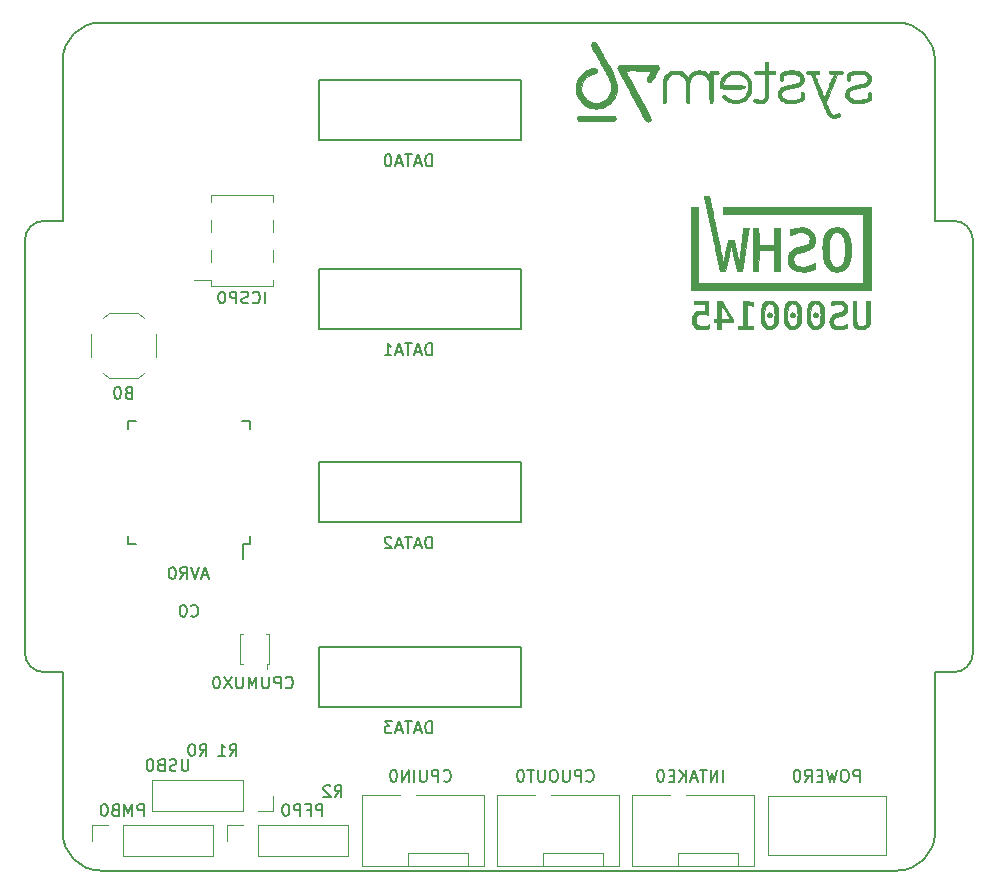
<source format=gbr>
%TF.GenerationSoftware,KiCad,Pcbnew,5.0.1-33cea8e~68~ubuntu18.10.1*%
%TF.CreationDate,2018-11-27T14:07:15-07:00*%
%TF.ProjectId,thelio-io,7468656C696F2D696F2E6B696361645F,rev?*%
%TF.SameCoordinates,Original*%
%TF.FileFunction,Legend,Bot*%
%TF.FilePolarity,Positive*%
%FSLAX46Y46*%
G04 Gerber Fmt 4.6, Leading zero omitted, Abs format (unit mm)*
G04 Created by KiCad (PCBNEW 5.0.1-33cea8e~68~ubuntu18.10.1) date Tue Nov 27 14:07:15 2018*
%MOMM*%
%LPD*%
G01*
G04 APERTURE LIST*
%ADD10C,0.200000*%
%ADD11C,0.150000*%
%ADD12C,0.120000*%
%ADD13C,0.010000*%
G04 APERTURE END LIST*
D10*
X77050000Y-53400000D02*
G75*
G02X75450000Y-55000000I-1600000J0D01*
G01*
X73850000Y-55000000D02*
X75450000Y-55000000D01*
X73850000Y-16800000D02*
X75450000Y-16800000D01*
X75450000Y-16800000D02*
G75*
G02X77050000Y-18400000I0J-1600000D01*
G01*
X77050000Y-18400000D02*
X77050000Y-53400000D01*
X-3200000Y-18400000D02*
G75*
G02X-1600000Y-16800000I1600000J0D01*
G01*
X-3200000Y-53400000D02*
X-3200000Y-18400000D01*
X-1600000Y-55000000D02*
G75*
G02X-3200000Y-53400000I0J1600000D01*
G01*
X0Y-55000000D02*
X-1600000Y-55000000D01*
X0Y-16800000D02*
X-1600000Y-16800000D01*
X0Y-55000000D02*
X0Y-68600000D01*
X0Y-16800000D02*
X0Y-3200000D01*
X73850000Y-55000000D02*
X73850000Y-68600000D01*
X73850000Y-16800000D02*
X73850000Y-3200000D01*
D11*
X73850000Y-68600000D02*
G75*
G02X70650000Y-71800000I-3200000J0D01*
G01*
D10*
X3200000Y-71800000D02*
G75*
G02X0Y-68600000I0J3200000D01*
G01*
X70650000Y-71800000D02*
X3200000Y-71800000D01*
X0Y-3200000D02*
G75*
G02X3200000Y0I3200000J0D01*
G01*
X70650000Y0D02*
G75*
G02X73850000Y-3200000I0J-3200000D01*
G01*
X3200000Y0D02*
X70650000Y0D01*
D12*
%TO.C,POWER0*%
X69710000Y-70490000D02*
X69710000Y-65490000D01*
X59710000Y-70490000D02*
X69710000Y-70490000D01*
X59710000Y-65490000D02*
X59710000Y-70490000D01*
X69710000Y-65490000D02*
X59710000Y-65490000D01*
%TO.C,USB0*%
X17840000Y-66780000D02*
X17840000Y-65450000D01*
X16510000Y-66780000D02*
X17840000Y-66780000D01*
X15240000Y-66780000D02*
X15240000Y-64120000D01*
X15240000Y-64120000D02*
X7560000Y-64120000D01*
X15240000Y-66780000D02*
X7560000Y-66780000D01*
X7560000Y-66780000D02*
X7560000Y-64120000D01*
%TO.C,ICSP0*%
X17780000Y-17700000D02*
X17780000Y-16680000D01*
X12580000Y-17700000D02*
X12580000Y-16680000D01*
X17780000Y-20240000D02*
X17780000Y-19220000D01*
X12580000Y-20240000D02*
X12580000Y-19220000D01*
X17780000Y-15160000D02*
X17780000Y-14590000D01*
X12580000Y-15160000D02*
X12580000Y-14590000D01*
X17780000Y-22330000D02*
X17780000Y-21760000D01*
X12580000Y-22330000D02*
X12580000Y-21760000D01*
X11140000Y-21760000D02*
X12580000Y-21760000D01*
X12580000Y-14590000D02*
X17780000Y-14590000D01*
X12580000Y-22330000D02*
X17780000Y-22330000D01*
%TO.C,B0*%
X6400000Y-24600000D02*
X3900000Y-24600000D01*
X7900000Y-26350000D02*
X7900000Y-28350000D01*
X6400000Y-30100000D02*
X3900000Y-30100000D01*
X2400000Y-26350000D02*
X2400000Y-28350000D01*
X6850000Y-25050000D02*
X6400000Y-24600000D01*
X3450000Y-25050000D02*
X3900000Y-24600000D01*
X3450000Y-29650000D02*
X3900000Y-30100000D01*
X6850000Y-29650000D02*
X6400000Y-30100000D01*
D11*
%TO.C,DATA1*%
X38800000Y-25935000D02*
X38800000Y-20855000D01*
X21655000Y-25935000D02*
X38800000Y-25935000D01*
X21655000Y-20855000D02*
X21655000Y-25935000D01*
X38800000Y-20855000D02*
X21655000Y-20855000D01*
%TO.C,DATA0*%
X38800000Y-9935000D02*
X38800000Y-4855000D01*
X21655000Y-9935000D02*
X38800000Y-9935000D01*
X21655000Y-4855000D02*
X21655000Y-9935000D01*
X38800000Y-4855000D02*
X21655000Y-4855000D01*
%TO.C,DATA3*%
X38800000Y-57935000D02*
X38800000Y-52855000D01*
X21655000Y-57935000D02*
X38800000Y-57935000D01*
X21655000Y-52855000D02*
X21655000Y-57935000D01*
X38800000Y-52855000D02*
X21655000Y-52855000D01*
%TO.C,DATA2*%
X38800000Y-42285000D02*
X38800000Y-37205000D01*
X21655000Y-42285000D02*
X38800000Y-42285000D01*
X21655000Y-37205000D02*
X21655000Y-42285000D01*
X38800000Y-37205000D02*
X21655000Y-37205000D01*
D12*
%TO.C,CPUOUT0*%
X40640000Y-70280000D02*
X40640000Y-71290000D01*
X45720000Y-70280000D02*
X40640000Y-70280000D01*
X45720000Y-71290000D02*
X45720000Y-70280000D01*
X47070000Y-71390000D02*
X47070000Y-65390000D01*
X36770000Y-71390000D02*
X47070000Y-71390000D01*
X36770000Y-65440000D02*
X36770000Y-71390000D01*
X39970000Y-65440000D02*
X36770000Y-65440000D01*
X47070000Y-65390000D02*
X41320000Y-65390000D01*
%TO.C,CPUMUX0*%
X15025000Y-54330000D02*
X15025000Y-51730000D01*
X15025000Y-51730000D02*
X15225000Y-51730000D01*
X17225000Y-51730000D02*
X17425000Y-51730000D01*
X17425000Y-51730000D02*
X17425000Y-54330000D01*
X17425000Y-54330000D02*
X17325000Y-54330000D01*
X17325000Y-54330000D02*
X17325000Y-54730000D01*
X15025000Y-54330000D02*
X15225000Y-54330000D01*
D11*
%TO.C,AVR0*%
X15300000Y-44125000D02*
X15300000Y-45400000D01*
X15875000Y-33775000D02*
X15875000Y-34450000D01*
X5525000Y-33775000D02*
X5525000Y-34450000D01*
X5525000Y-44125000D02*
X5525000Y-43450000D01*
X15875000Y-44125000D02*
X15875000Y-43450000D01*
X5525000Y-44125000D02*
X6200000Y-44125000D01*
X5525000Y-33775000D02*
X6200000Y-33775000D01*
X15875000Y-33775000D02*
X15200000Y-33775000D01*
X15875000Y-44125000D02*
X15300000Y-44125000D01*
D12*
%TO.C,PMB0*%
X2480000Y-67930000D02*
X2480000Y-69260000D01*
X3810000Y-67930000D02*
X2480000Y-67930000D01*
X5080000Y-67930000D02*
X5080000Y-70590000D01*
X5080000Y-70590000D02*
X12760000Y-70590000D01*
X5080000Y-67930000D02*
X12760000Y-67930000D01*
X12760000Y-67930000D02*
X12760000Y-70590000D01*
%TO.C,CPUIN0*%
X29210000Y-70280000D02*
X29210000Y-71290000D01*
X34290000Y-70280000D02*
X29210000Y-70280000D01*
X34290000Y-71290000D02*
X34290000Y-70280000D01*
X35640000Y-71390000D02*
X35640000Y-65390000D01*
X25340000Y-71390000D02*
X35640000Y-71390000D01*
X25340000Y-65440000D02*
X25340000Y-71390000D01*
X28540000Y-65440000D02*
X25340000Y-65440000D01*
X35640000Y-65390000D02*
X29890000Y-65390000D01*
%TO.C,INTAKE0*%
X52070000Y-70280000D02*
X52070000Y-71290000D01*
X57150000Y-70280000D02*
X52070000Y-70280000D01*
X57150000Y-71290000D02*
X57150000Y-70280000D01*
X58500000Y-71390000D02*
X58500000Y-65390000D01*
X48200000Y-71390000D02*
X58500000Y-71390000D01*
X48200000Y-65440000D02*
X48200000Y-71390000D01*
X51400000Y-65440000D02*
X48200000Y-65440000D01*
X58500000Y-65390000D02*
X52750000Y-65390000D01*
%TO.C,PFP0*%
X13910000Y-67930000D02*
X13910000Y-69260000D01*
X15240000Y-67930000D02*
X13910000Y-67930000D01*
X16510000Y-67930000D02*
X16510000Y-70590000D01*
X16510000Y-70590000D02*
X24190000Y-70590000D01*
X16510000Y-67930000D02*
X24190000Y-67930000D01*
X24190000Y-67930000D02*
X24190000Y-70590000D01*
D13*
%TO.C,G\002A\002A\002A*%
G36*
X53695363Y-4081137D02*
X53494198Y-4132578D01*
X53308192Y-4215261D01*
X53145294Y-4328321D01*
X53013451Y-4470892D01*
X52991067Y-4503552D01*
X52912743Y-4624426D01*
X52835171Y-4509319D01*
X52694417Y-4343555D01*
X52521634Y-4214427D01*
X52320017Y-4123639D01*
X52092763Y-4072897D01*
X52001055Y-4064510D01*
X51749533Y-4070506D01*
X51519601Y-4117288D01*
X51314579Y-4202770D01*
X51137789Y-4324868D01*
X50992550Y-4481497D01*
X50882185Y-4670570D01*
X50834641Y-4796922D01*
X50821767Y-4841841D01*
X50811352Y-4888462D01*
X50803139Y-4942407D01*
X50796870Y-5009295D01*
X50792288Y-5094747D01*
X50789134Y-5204385D01*
X50787151Y-5343829D01*
X50786082Y-5518699D01*
X50785667Y-5734617D01*
X50785625Y-5865816D01*
X50786085Y-6121700D01*
X50787535Y-6331333D01*
X50790081Y-6498067D01*
X50793829Y-6625253D01*
X50798886Y-6716242D01*
X50805358Y-6774386D01*
X50813350Y-6803035D01*
X50815391Y-6805781D01*
X50864841Y-6828658D01*
X50933982Y-6834403D01*
X50998489Y-6823179D01*
X51028672Y-6804364D01*
X51036396Y-6770201D01*
X51043428Y-6688431D01*
X51049692Y-6561048D01*
X51055114Y-6390051D01*
X51059618Y-6177436D01*
X51063129Y-5925200D01*
X51063602Y-5880389D01*
X51066107Y-5645261D01*
X51068601Y-5454184D01*
X51071431Y-5301599D01*
X51074941Y-5181949D01*
X51079479Y-5089676D01*
X51085389Y-5019223D01*
X51093018Y-4965031D01*
X51102711Y-4921542D01*
X51114815Y-4883200D01*
X51127775Y-4849204D01*
X51217984Y-4678658D01*
X51341085Y-4542614D01*
X51502497Y-4435261D01*
X51524084Y-4424333D01*
X51610501Y-4384158D01*
X51681449Y-4359844D01*
X51755471Y-4347522D01*
X51851112Y-4343325D01*
X51913717Y-4343066D01*
X52033784Y-4345731D01*
X52122344Y-4355371D01*
X52197357Y-4375191D01*
X52275038Y-4407586D01*
X52435640Y-4499876D01*
X52559308Y-4613676D01*
X52657642Y-4760237D01*
X52676473Y-4796864D01*
X52757598Y-4961554D01*
X52770000Y-5857587D01*
X52773574Y-6103385D01*
X52777246Y-6304133D01*
X52781643Y-6464388D01*
X52787393Y-6588707D01*
X52795123Y-6681647D01*
X52805462Y-6747764D01*
X52819037Y-6791615D01*
X52836475Y-6817757D01*
X52858405Y-6830746D01*
X52885455Y-6835141D01*
X52904722Y-6835547D01*
X52939173Y-6835049D01*
X52967232Y-6830459D01*
X52989609Y-6817132D01*
X53007012Y-6790422D01*
X53020151Y-6745684D01*
X53029734Y-6678275D01*
X53036471Y-6583548D01*
X53041071Y-6456858D01*
X53044242Y-6293561D01*
X53046695Y-6089011D01*
X53048612Y-5892969D01*
X53050975Y-5659697D01*
X53053353Y-5470419D01*
X53056099Y-5319518D01*
X53059567Y-5201379D01*
X53064109Y-5110386D01*
X53070079Y-5040924D01*
X53077830Y-4987378D01*
X53087715Y-4944132D01*
X53100087Y-4905571D01*
X53112805Y-4872328D01*
X53205527Y-4702317D01*
X53333334Y-4560032D01*
X53488434Y-4449739D01*
X53663033Y-4375704D01*
X53849341Y-4342195D01*
X54039564Y-4353478D01*
X54054920Y-4356485D01*
X54256902Y-4419799D01*
X54425972Y-4520035D01*
X54563539Y-4658294D01*
X54671012Y-4835675D01*
X54672463Y-4838770D01*
X54741973Y-4987598D01*
X54749890Y-5880093D01*
X54752964Y-6144008D01*
X54757104Y-6365863D01*
X54762254Y-6544175D01*
X54768359Y-6677461D01*
X54775366Y-6764237D01*
X54783220Y-6803021D01*
X54783933Y-6804067D01*
X54829873Y-6827771D01*
X54898162Y-6834533D01*
X54964453Y-6824157D01*
X54997461Y-6805781D01*
X55004766Y-6785441D01*
X55010896Y-6738224D01*
X55015926Y-6661083D01*
X55019930Y-6550974D01*
X55022982Y-6404849D01*
X55025154Y-6219664D01*
X55026522Y-5992372D01*
X55027159Y-5719927D01*
X55027227Y-5577949D01*
X55027227Y-4379883D01*
X55227295Y-4379883D01*
X55327928Y-4376793D01*
X55413754Y-4368609D01*
X55469047Y-4356959D01*
X55475342Y-4354205D01*
X55512621Y-4309709D01*
X55525104Y-4243693D01*
X55512789Y-4177604D01*
X55475678Y-4132890D01*
X55475342Y-4132709D01*
X55428537Y-4120910D01*
X55346880Y-4112699D01*
X55242184Y-4108007D01*
X55126263Y-4106762D01*
X55010930Y-4108896D01*
X54907998Y-4114338D01*
X54829281Y-4123019D01*
X54786591Y-4134868D01*
X54784141Y-4136797D01*
X54766986Y-4177436D01*
X54756229Y-4248099D01*
X54754375Y-4294187D01*
X54754375Y-4421811D01*
X54650362Y-4322866D01*
X54492634Y-4205111D01*
X54310322Y-4122926D01*
X54111374Y-4075446D01*
X53903738Y-4061805D01*
X53695363Y-4081137D01*
X53695363Y-4081137D01*
G37*
X53695363Y-4081137D02*
X53494198Y-4132578D01*
X53308192Y-4215261D01*
X53145294Y-4328321D01*
X53013451Y-4470892D01*
X52991067Y-4503552D01*
X52912743Y-4624426D01*
X52835171Y-4509319D01*
X52694417Y-4343555D01*
X52521634Y-4214427D01*
X52320017Y-4123639D01*
X52092763Y-4072897D01*
X52001055Y-4064510D01*
X51749533Y-4070506D01*
X51519601Y-4117288D01*
X51314579Y-4202770D01*
X51137789Y-4324868D01*
X50992550Y-4481497D01*
X50882185Y-4670570D01*
X50834641Y-4796922D01*
X50821767Y-4841841D01*
X50811352Y-4888462D01*
X50803139Y-4942407D01*
X50796870Y-5009295D01*
X50792288Y-5094747D01*
X50789134Y-5204385D01*
X50787151Y-5343829D01*
X50786082Y-5518699D01*
X50785667Y-5734617D01*
X50785625Y-5865816D01*
X50786085Y-6121700D01*
X50787535Y-6331333D01*
X50790081Y-6498067D01*
X50793829Y-6625253D01*
X50798886Y-6716242D01*
X50805358Y-6774386D01*
X50813350Y-6803035D01*
X50815391Y-6805781D01*
X50864841Y-6828658D01*
X50933982Y-6834403D01*
X50998489Y-6823179D01*
X51028672Y-6804364D01*
X51036396Y-6770201D01*
X51043428Y-6688431D01*
X51049692Y-6561048D01*
X51055114Y-6390051D01*
X51059618Y-6177436D01*
X51063129Y-5925200D01*
X51063602Y-5880389D01*
X51066107Y-5645261D01*
X51068601Y-5454184D01*
X51071431Y-5301599D01*
X51074941Y-5181949D01*
X51079479Y-5089676D01*
X51085389Y-5019223D01*
X51093018Y-4965031D01*
X51102711Y-4921542D01*
X51114815Y-4883200D01*
X51127775Y-4849204D01*
X51217984Y-4678658D01*
X51341085Y-4542614D01*
X51502497Y-4435261D01*
X51524084Y-4424333D01*
X51610501Y-4384158D01*
X51681449Y-4359844D01*
X51755471Y-4347522D01*
X51851112Y-4343325D01*
X51913717Y-4343066D01*
X52033784Y-4345731D01*
X52122344Y-4355371D01*
X52197357Y-4375191D01*
X52275038Y-4407586D01*
X52435640Y-4499876D01*
X52559308Y-4613676D01*
X52657642Y-4760237D01*
X52676473Y-4796864D01*
X52757598Y-4961554D01*
X52770000Y-5857587D01*
X52773574Y-6103385D01*
X52777246Y-6304133D01*
X52781643Y-6464388D01*
X52787393Y-6588707D01*
X52795123Y-6681647D01*
X52805462Y-6747764D01*
X52819037Y-6791615D01*
X52836475Y-6817757D01*
X52858405Y-6830746D01*
X52885455Y-6835141D01*
X52904722Y-6835547D01*
X52939173Y-6835049D01*
X52967232Y-6830459D01*
X52989609Y-6817132D01*
X53007012Y-6790422D01*
X53020151Y-6745684D01*
X53029734Y-6678275D01*
X53036471Y-6583548D01*
X53041071Y-6456858D01*
X53044242Y-6293561D01*
X53046695Y-6089011D01*
X53048612Y-5892969D01*
X53050975Y-5659697D01*
X53053353Y-5470419D01*
X53056099Y-5319518D01*
X53059567Y-5201379D01*
X53064109Y-5110386D01*
X53070079Y-5040924D01*
X53077830Y-4987378D01*
X53087715Y-4944132D01*
X53100087Y-4905571D01*
X53112805Y-4872328D01*
X53205527Y-4702317D01*
X53333334Y-4560032D01*
X53488434Y-4449739D01*
X53663033Y-4375704D01*
X53849341Y-4342195D01*
X54039564Y-4353478D01*
X54054920Y-4356485D01*
X54256902Y-4419799D01*
X54425972Y-4520035D01*
X54563539Y-4658294D01*
X54671012Y-4835675D01*
X54672463Y-4838770D01*
X54741973Y-4987598D01*
X54749890Y-5880093D01*
X54752964Y-6144008D01*
X54757104Y-6365863D01*
X54762254Y-6544175D01*
X54768359Y-6677461D01*
X54775366Y-6764237D01*
X54783220Y-6803021D01*
X54783933Y-6804067D01*
X54829873Y-6827771D01*
X54898162Y-6834533D01*
X54964453Y-6824157D01*
X54997461Y-6805781D01*
X55004766Y-6785441D01*
X55010896Y-6738224D01*
X55015926Y-6661083D01*
X55019930Y-6550974D01*
X55022982Y-6404849D01*
X55025154Y-6219664D01*
X55026522Y-5992372D01*
X55027159Y-5719927D01*
X55027227Y-5577949D01*
X55027227Y-4379883D01*
X55227295Y-4379883D01*
X55327928Y-4376793D01*
X55413754Y-4368609D01*
X55469047Y-4356959D01*
X55475342Y-4354205D01*
X55512621Y-4309709D01*
X55525104Y-4243693D01*
X55512789Y-4177604D01*
X55475678Y-4132890D01*
X55475342Y-4132709D01*
X55428537Y-4120910D01*
X55346880Y-4112699D01*
X55242184Y-4108007D01*
X55126263Y-4106762D01*
X55010930Y-4108896D01*
X54907998Y-4114338D01*
X54829281Y-4123019D01*
X54786591Y-4134868D01*
X54784141Y-4136797D01*
X54766986Y-4177436D01*
X54756229Y-4248099D01*
X54754375Y-4294187D01*
X54754375Y-4421811D01*
X54650362Y-4322866D01*
X54492634Y-4205111D01*
X54310322Y-4122926D01*
X54111374Y-4075446D01*
X53903738Y-4061805D01*
X53695363Y-4081137D01*
G36*
X56712105Y-4096596D02*
X56571355Y-4119503D01*
X56571064Y-4119572D01*
X56331543Y-4199258D01*
X56122985Y-4316487D01*
X55947630Y-4468355D01*
X55807716Y-4651959D01*
X55705479Y-4864393D01*
X55643160Y-5102755D01*
X55622970Y-5349622D01*
X55622087Y-5409475D01*
X55622699Y-5458761D01*
X55629177Y-5498504D01*
X55645892Y-5529724D01*
X55677218Y-5553444D01*
X55727524Y-5570686D01*
X55801184Y-5582471D01*
X55902569Y-5589821D01*
X56036051Y-5593759D01*
X56206002Y-5595305D01*
X56416793Y-5595483D01*
X56672796Y-5595313D01*
X56674121Y-5595313D01*
X56945891Y-5594631D01*
X57178218Y-5592619D01*
X57369203Y-5589325D01*
X57516945Y-5584797D01*
X57619541Y-5579084D01*
X57675092Y-5572233D01*
X57682959Y-5569635D01*
X57717187Y-5526924D01*
X57731382Y-5460348D01*
X57723677Y-5392207D01*
X57701172Y-5352227D01*
X57678581Y-5343787D01*
X57627091Y-5336925D01*
X57543330Y-5331532D01*
X57423924Y-5327499D01*
X57265501Y-5324717D01*
X57064689Y-5323077D01*
X56818115Y-5322470D01*
X56780203Y-5322461D01*
X55888999Y-5322461D01*
X55905811Y-5195730D01*
X55955174Y-4973980D01*
X56040517Y-4786071D01*
X56162888Y-4630617D01*
X56323334Y-4506235D01*
X56489516Y-4424270D01*
X56556701Y-4400577D01*
X56625076Y-4384644D01*
X56706932Y-4374983D01*
X56814562Y-4370105D01*
X56949590Y-4368553D01*
X57083533Y-4368690D01*
X57180146Y-4371418D01*
X57251700Y-4378649D01*
X57310471Y-4392296D01*
X57368731Y-4414271D01*
X57433352Y-4443924D01*
X57621394Y-4559416D01*
X57777176Y-4710135D01*
X57897924Y-4891411D01*
X57980860Y-5098572D01*
X58023207Y-5326945D01*
X58028299Y-5444785D01*
X58006990Y-5685626D01*
X57945268Y-5905414D01*
X57845265Y-6099784D01*
X57709116Y-6264367D01*
X57575541Y-6371695D01*
X57388440Y-6467278D01*
X57180690Y-6523893D01*
X56961266Y-6542367D01*
X56739139Y-6523527D01*
X56523284Y-6468199D01*
X56322674Y-6377211D01*
X56146282Y-6251389D01*
X56132225Y-6238683D01*
X56034581Y-6166526D01*
X55949799Y-6141669D01*
X55878415Y-6164227D01*
X55859955Y-6179994D01*
X55826081Y-6233013D01*
X55829376Y-6292495D01*
X55871888Y-6364403D01*
X55953785Y-6452878D01*
X56122428Y-6584621D01*
X56324782Y-6690450D01*
X56550543Y-6767346D01*
X56789411Y-6812289D01*
X57031085Y-6822258D01*
X57172832Y-6810240D01*
X57426535Y-6754111D01*
X57651902Y-6658040D01*
X57851957Y-6520523D01*
X57959210Y-6419478D01*
X58092741Y-6256991D01*
X58192739Y-6080157D01*
X58266599Y-5879507D01*
X58293678Y-5746157D01*
X58308123Y-5582272D01*
X58309901Y-5405297D01*
X58298978Y-5232681D01*
X58275322Y-5081868D01*
X58268159Y-5052410D01*
X58181652Y-4816891D01*
X58055253Y-4605619D01*
X57893683Y-4423366D01*
X57701664Y-4274901D01*
X57483918Y-4164996D01*
X57345434Y-4120207D01*
X57213417Y-4097048D01*
X57051568Y-4085383D01*
X56878320Y-4085227D01*
X56712105Y-4096596D01*
X56712105Y-4096596D01*
G37*
X56712105Y-4096596D02*
X56571355Y-4119503D01*
X56571064Y-4119572D01*
X56331543Y-4199258D01*
X56122985Y-4316487D01*
X55947630Y-4468355D01*
X55807716Y-4651959D01*
X55705479Y-4864393D01*
X55643160Y-5102755D01*
X55622970Y-5349622D01*
X55622087Y-5409475D01*
X55622699Y-5458761D01*
X55629177Y-5498504D01*
X55645892Y-5529724D01*
X55677218Y-5553444D01*
X55727524Y-5570686D01*
X55801184Y-5582471D01*
X55902569Y-5589821D01*
X56036051Y-5593759D01*
X56206002Y-5595305D01*
X56416793Y-5595483D01*
X56672796Y-5595313D01*
X56674121Y-5595313D01*
X56945891Y-5594631D01*
X57178218Y-5592619D01*
X57369203Y-5589325D01*
X57516945Y-5584797D01*
X57619541Y-5579084D01*
X57675092Y-5572233D01*
X57682959Y-5569635D01*
X57717187Y-5526924D01*
X57731382Y-5460348D01*
X57723677Y-5392207D01*
X57701172Y-5352227D01*
X57678581Y-5343787D01*
X57627091Y-5336925D01*
X57543330Y-5331532D01*
X57423924Y-5327499D01*
X57265501Y-5324717D01*
X57064689Y-5323077D01*
X56818115Y-5322470D01*
X56780203Y-5322461D01*
X55888999Y-5322461D01*
X55905811Y-5195730D01*
X55955174Y-4973980D01*
X56040517Y-4786071D01*
X56162888Y-4630617D01*
X56323334Y-4506235D01*
X56489516Y-4424270D01*
X56556701Y-4400577D01*
X56625076Y-4384644D01*
X56706932Y-4374983D01*
X56814562Y-4370105D01*
X56949590Y-4368553D01*
X57083533Y-4368690D01*
X57180146Y-4371418D01*
X57251700Y-4378649D01*
X57310471Y-4392296D01*
X57368731Y-4414271D01*
X57433352Y-4443924D01*
X57621394Y-4559416D01*
X57777176Y-4710135D01*
X57897924Y-4891411D01*
X57980860Y-5098572D01*
X58023207Y-5326945D01*
X58028299Y-5444785D01*
X58006990Y-5685626D01*
X57945268Y-5905414D01*
X57845265Y-6099784D01*
X57709116Y-6264367D01*
X57575541Y-6371695D01*
X57388440Y-6467278D01*
X57180690Y-6523893D01*
X56961266Y-6542367D01*
X56739139Y-6523527D01*
X56523284Y-6468199D01*
X56322674Y-6377211D01*
X56146282Y-6251389D01*
X56132225Y-6238683D01*
X56034581Y-6166526D01*
X55949799Y-6141669D01*
X55878415Y-6164227D01*
X55859955Y-6179994D01*
X55826081Y-6233013D01*
X55829376Y-6292495D01*
X55871888Y-6364403D01*
X55953785Y-6452878D01*
X56122428Y-6584621D01*
X56324782Y-6690450D01*
X56550543Y-6767346D01*
X56789411Y-6812289D01*
X57031085Y-6822258D01*
X57172832Y-6810240D01*
X57426535Y-6754111D01*
X57651902Y-6658040D01*
X57851957Y-6520523D01*
X57959210Y-6419478D01*
X58092741Y-6256991D01*
X58192739Y-6080157D01*
X58266599Y-5879507D01*
X58293678Y-5746157D01*
X58308123Y-5582272D01*
X58309901Y-5405297D01*
X58298978Y-5232681D01*
X58275322Y-5081868D01*
X58268159Y-5052410D01*
X58181652Y-4816891D01*
X58055253Y-4605619D01*
X57893683Y-4423366D01*
X57701664Y-4274901D01*
X57483918Y-4164996D01*
X57345434Y-4120207D01*
X57213417Y-4097048D01*
X57051568Y-4085383D01*
X56878320Y-4085227D01*
X56712105Y-4096596D01*
G36*
X59542830Y-3319601D02*
X59497031Y-3343047D01*
X59483596Y-3378932D01*
X59474279Y-3457101D01*
X59468898Y-3579996D01*
X59467266Y-3739922D01*
X59467266Y-4107031D01*
X59047358Y-4107031D01*
X58877682Y-4108056D01*
X58751316Y-4112251D01*
X58661986Y-4121294D01*
X58603415Y-4136866D01*
X58569326Y-4160647D01*
X58553444Y-4194315D01*
X58549493Y-4239550D01*
X58549492Y-4240268D01*
X58552672Y-4279582D01*
X58566462Y-4308769D01*
X58597238Y-4329322D01*
X58651376Y-4342735D01*
X58735250Y-4350501D01*
X58855237Y-4354115D01*
X59017713Y-4355071D01*
X59039484Y-4355078D01*
X59469944Y-4355078D01*
X59462404Y-5316260D01*
X59460372Y-5560871D01*
X59458305Y-5760958D01*
X59455920Y-5921607D01*
X59452938Y-6047903D01*
X59449078Y-6144931D01*
X59444059Y-6217776D01*
X59437600Y-6271523D01*
X59429421Y-6311258D01*
X59419241Y-6342066D01*
X59406780Y-6369032D01*
X59404002Y-6374387D01*
X59326688Y-6471334D01*
X59217327Y-6534412D01*
X59081140Y-6562496D01*
X58923347Y-6554460D01*
X58760332Y-6513086D01*
X58656455Y-6480083D01*
X58586424Y-6466739D01*
X58538617Y-6472872D01*
X58501414Y-6498298D01*
X58491325Y-6508838D01*
X58452527Y-6577438D01*
X58459507Y-6642459D01*
X58508446Y-6701438D01*
X58595525Y-6751914D01*
X58716926Y-6791424D01*
X58868830Y-6817508D01*
X58983574Y-6826157D01*
X59155243Y-6825806D01*
X59283366Y-6808934D01*
X59312936Y-6800678D01*
X59465468Y-6727350D01*
X59584628Y-6617475D01*
X59662499Y-6490934D01*
X59727715Y-6351855D01*
X59734973Y-5353467D01*
X59742231Y-4355078D01*
X59996663Y-4355078D01*
X60127479Y-4352931D01*
X60216513Y-4344459D01*
X60271482Y-4326611D01*
X60300105Y-4296340D01*
X60310099Y-4250596D01*
X60310625Y-4231055D01*
X60305219Y-4179457D01*
X60283860Y-4144313D01*
X60238839Y-4122588D01*
X60162447Y-4111247D01*
X60046974Y-4107254D01*
X59995605Y-4107031D01*
X59740117Y-4107031D01*
X59740117Y-3735834D01*
X59739652Y-3591951D01*
X59737621Y-3489781D01*
X59733069Y-3421433D01*
X59725043Y-3379014D01*
X59712589Y-3354632D01*
X59694752Y-3340395D01*
X59692139Y-3338959D01*
X59617165Y-3316070D01*
X59542830Y-3319601D01*
X59542830Y-3319601D01*
G37*
X59542830Y-3319601D02*
X59497031Y-3343047D01*
X59483596Y-3378932D01*
X59474279Y-3457101D01*
X59468898Y-3579996D01*
X59467266Y-3739922D01*
X59467266Y-4107031D01*
X59047358Y-4107031D01*
X58877682Y-4108056D01*
X58751316Y-4112251D01*
X58661986Y-4121294D01*
X58603415Y-4136866D01*
X58569326Y-4160647D01*
X58553444Y-4194315D01*
X58549493Y-4239550D01*
X58549492Y-4240268D01*
X58552672Y-4279582D01*
X58566462Y-4308769D01*
X58597238Y-4329322D01*
X58651376Y-4342735D01*
X58735250Y-4350501D01*
X58855237Y-4354115D01*
X59017713Y-4355071D01*
X59039484Y-4355078D01*
X59469944Y-4355078D01*
X59462404Y-5316260D01*
X59460372Y-5560871D01*
X59458305Y-5760958D01*
X59455920Y-5921607D01*
X59452938Y-6047903D01*
X59449078Y-6144931D01*
X59444059Y-6217776D01*
X59437600Y-6271523D01*
X59429421Y-6311258D01*
X59419241Y-6342066D01*
X59406780Y-6369032D01*
X59404002Y-6374387D01*
X59326688Y-6471334D01*
X59217327Y-6534412D01*
X59081140Y-6562496D01*
X58923347Y-6554460D01*
X58760332Y-6513086D01*
X58656455Y-6480083D01*
X58586424Y-6466739D01*
X58538617Y-6472872D01*
X58501414Y-6498298D01*
X58491325Y-6508838D01*
X58452527Y-6577438D01*
X58459507Y-6642459D01*
X58508446Y-6701438D01*
X58595525Y-6751914D01*
X58716926Y-6791424D01*
X58868830Y-6817508D01*
X58983574Y-6826157D01*
X59155243Y-6825806D01*
X59283366Y-6808934D01*
X59312936Y-6800678D01*
X59465468Y-6727350D01*
X59584628Y-6617475D01*
X59662499Y-6490934D01*
X59727715Y-6351855D01*
X59734973Y-5353467D01*
X59742231Y-4355078D01*
X59996663Y-4355078D01*
X60127479Y-4352931D01*
X60216513Y-4344459D01*
X60271482Y-4326611D01*
X60300105Y-4296340D01*
X60310099Y-4250596D01*
X60310625Y-4231055D01*
X60305219Y-4179457D01*
X60283860Y-4144313D01*
X60238839Y-4122588D01*
X60162447Y-4111247D01*
X60046974Y-4107254D01*
X59995605Y-4107031D01*
X59740117Y-4107031D01*
X59740117Y-3735834D01*
X59739652Y-3591951D01*
X59737621Y-3489781D01*
X59733069Y-3421433D01*
X59725043Y-3379014D01*
X59712589Y-3354632D01*
X59694752Y-3340395D01*
X59692139Y-3338959D01*
X59617165Y-3316070D01*
X59542830Y-3319601D01*
G36*
X61561643Y-4060552D02*
X61324293Y-4088541D01*
X61091707Y-4144170D01*
X60945296Y-4196075D01*
X60845208Y-4238557D01*
X60778071Y-4276806D01*
X60737307Y-4321795D01*
X60716342Y-4384493D01*
X60708599Y-4475872D01*
X60707500Y-4592795D01*
X60710432Y-4728978D01*
X60721346Y-4823041D01*
X60743417Y-4882243D01*
X60779822Y-4913842D01*
X60833736Y-4925093D01*
X60853139Y-4925586D01*
X60911707Y-4918206D01*
X60949500Y-4890596D01*
X60970670Y-4834553D01*
X60979373Y-4741871D01*
X60980352Y-4674360D01*
X60980352Y-4482666D01*
X61111975Y-4433419D01*
X61380243Y-4359164D01*
X61657170Y-4332504D01*
X61935784Y-4353952D01*
X62007840Y-4367514D01*
X62178925Y-4419962D01*
X62306853Y-4496148D01*
X62392508Y-4596970D01*
X62436771Y-4723323D01*
X62443828Y-4810649D01*
X62435273Y-4897903D01*
X62402363Y-4967192D01*
X62367918Y-5010317D01*
X62308581Y-5065358D01*
X62231030Y-5112622D01*
X62128656Y-5154473D01*
X61994850Y-5193274D01*
X61823001Y-5231390D01*
X61669218Y-5260232D01*
X61408689Y-5311115D01*
X61193105Y-5364113D01*
X61017802Y-5421409D01*
X60878116Y-5485187D01*
X60769382Y-5557632D01*
X60686936Y-5640927D01*
X60626115Y-5737256D01*
X60619039Y-5751952D01*
X60574280Y-5895211D01*
X60558018Y-6059677D01*
X60571369Y-6225188D01*
X60588708Y-6299368D01*
X60637423Y-6399354D01*
X60720663Y-6504941D01*
X60826423Y-6604516D01*
X60942702Y-6686465D01*
X61035437Y-6731606D01*
X61227853Y-6786416D01*
X61448784Y-6821110D01*
X61680920Y-6834582D01*
X61906955Y-6825727D01*
X62086405Y-6798733D01*
X62197993Y-6768723D01*
X62324716Y-6725738D01*
X62452332Y-6675544D01*
X62566598Y-6623907D01*
X62653273Y-6576596D01*
X62678618Y-6558936D01*
X62705935Y-6535050D01*
X62723921Y-6507959D01*
X62734523Y-6467518D01*
X62739685Y-6403578D01*
X62741352Y-6305993D01*
X62741484Y-6230993D01*
X62739736Y-6094861D01*
X62732594Y-6000729D01*
X62717209Y-5941050D01*
X62690734Y-5908280D01*
X62650322Y-5894874D01*
X62613907Y-5892969D01*
X62547475Y-5908385D01*
X62502614Y-5957606D01*
X62477085Y-6045086D01*
X62468647Y-6175282D01*
X62468633Y-6181939D01*
X62468633Y-6360652D01*
X62276396Y-6434617D01*
X62010068Y-6518401D01*
X61757494Y-6558064D01*
X61511179Y-6554313D01*
X61328996Y-6524110D01*
X61153046Y-6467192D01*
X61011870Y-6386070D01*
X60908990Y-6284070D01*
X60847926Y-6164521D01*
X60831523Y-6053956D01*
X60846477Y-5942298D01*
X60893400Y-5846788D01*
X60975385Y-5765467D01*
X61095526Y-5696378D01*
X61256915Y-5637560D01*
X61462647Y-5587057D01*
X61612871Y-5559221D01*
X61861838Y-5513912D01*
X62066822Y-5468248D01*
X62233421Y-5420178D01*
X62367231Y-5367646D01*
X62473851Y-5308600D01*
X62558878Y-5240986D01*
X62600691Y-5196817D01*
X62686206Y-5060760D01*
X62731854Y-4906261D01*
X62738342Y-4743425D01*
X62706376Y-4582356D01*
X62636661Y-4433160D01*
X62539019Y-4314344D01*
X62398209Y-4213072D01*
X62222042Y-4136461D01*
X62018542Y-4085108D01*
X61795735Y-4059606D01*
X61561643Y-4060552D01*
X61561643Y-4060552D01*
G37*
X61561643Y-4060552D02*
X61324293Y-4088541D01*
X61091707Y-4144170D01*
X60945296Y-4196075D01*
X60845208Y-4238557D01*
X60778071Y-4276806D01*
X60737307Y-4321795D01*
X60716342Y-4384493D01*
X60708599Y-4475872D01*
X60707500Y-4592795D01*
X60710432Y-4728978D01*
X60721346Y-4823041D01*
X60743417Y-4882243D01*
X60779822Y-4913842D01*
X60833736Y-4925093D01*
X60853139Y-4925586D01*
X60911707Y-4918206D01*
X60949500Y-4890596D01*
X60970670Y-4834553D01*
X60979373Y-4741871D01*
X60980352Y-4674360D01*
X60980352Y-4482666D01*
X61111975Y-4433419D01*
X61380243Y-4359164D01*
X61657170Y-4332504D01*
X61935784Y-4353952D01*
X62007840Y-4367514D01*
X62178925Y-4419962D01*
X62306853Y-4496148D01*
X62392508Y-4596970D01*
X62436771Y-4723323D01*
X62443828Y-4810649D01*
X62435273Y-4897903D01*
X62402363Y-4967192D01*
X62367918Y-5010317D01*
X62308581Y-5065358D01*
X62231030Y-5112622D01*
X62128656Y-5154473D01*
X61994850Y-5193274D01*
X61823001Y-5231390D01*
X61669218Y-5260232D01*
X61408689Y-5311115D01*
X61193105Y-5364113D01*
X61017802Y-5421409D01*
X60878116Y-5485187D01*
X60769382Y-5557632D01*
X60686936Y-5640927D01*
X60626115Y-5737256D01*
X60619039Y-5751952D01*
X60574280Y-5895211D01*
X60558018Y-6059677D01*
X60571369Y-6225188D01*
X60588708Y-6299368D01*
X60637423Y-6399354D01*
X60720663Y-6504941D01*
X60826423Y-6604516D01*
X60942702Y-6686465D01*
X61035437Y-6731606D01*
X61227853Y-6786416D01*
X61448784Y-6821110D01*
X61680920Y-6834582D01*
X61906955Y-6825727D01*
X62086405Y-6798733D01*
X62197993Y-6768723D01*
X62324716Y-6725738D01*
X62452332Y-6675544D01*
X62566598Y-6623907D01*
X62653273Y-6576596D01*
X62678618Y-6558936D01*
X62705935Y-6535050D01*
X62723921Y-6507959D01*
X62734523Y-6467518D01*
X62739685Y-6403578D01*
X62741352Y-6305993D01*
X62741484Y-6230993D01*
X62739736Y-6094861D01*
X62732594Y-6000729D01*
X62717209Y-5941050D01*
X62690734Y-5908280D01*
X62650322Y-5894874D01*
X62613907Y-5892969D01*
X62547475Y-5908385D01*
X62502614Y-5957606D01*
X62477085Y-6045086D01*
X62468647Y-6175282D01*
X62468633Y-6181939D01*
X62468633Y-6360652D01*
X62276396Y-6434617D01*
X62010068Y-6518401D01*
X61757494Y-6558064D01*
X61511179Y-6554313D01*
X61328996Y-6524110D01*
X61153046Y-6467192D01*
X61011870Y-6386070D01*
X60908990Y-6284070D01*
X60847926Y-6164521D01*
X60831523Y-6053956D01*
X60846477Y-5942298D01*
X60893400Y-5846788D01*
X60975385Y-5765467D01*
X61095526Y-5696378D01*
X61256915Y-5637560D01*
X61462647Y-5587057D01*
X61612871Y-5559221D01*
X61861838Y-5513912D01*
X62066822Y-5468248D01*
X62233421Y-5420178D01*
X62367231Y-5367646D01*
X62473851Y-5308600D01*
X62558878Y-5240986D01*
X62600691Y-5196817D01*
X62686206Y-5060760D01*
X62731854Y-4906261D01*
X62738342Y-4743425D01*
X62706376Y-4582356D01*
X62636661Y-4433160D01*
X62539019Y-4314344D01*
X62398209Y-4213072D01*
X62222042Y-4136461D01*
X62018542Y-4085108D01*
X61795735Y-4059606D01*
X61561643Y-4060552D01*
G36*
X67199015Y-4073475D02*
X67056502Y-4083370D01*
X66941573Y-4100879D01*
X66885511Y-4114290D01*
X66752726Y-4155599D01*
X66628656Y-4203215D01*
X66523312Y-4252484D01*
X66446709Y-4298754D01*
X66409919Y-4335241D01*
X66400443Y-4381027D01*
X66397082Y-4461252D01*
X66399000Y-4562044D01*
X66405361Y-4669528D01*
X66415329Y-4769829D01*
X66428068Y-4849074D01*
X66442742Y-4893389D01*
X66443623Y-4894580D01*
X66483769Y-4916007D01*
X66547378Y-4925554D01*
X66551168Y-4925586D01*
X66611732Y-4916842D01*
X66651610Y-4885590D01*
X66674554Y-4824299D01*
X66684316Y-4725438D01*
X66685430Y-4656147D01*
X66685430Y-4482666D01*
X66819966Y-4432329D01*
X67070047Y-4363151D01*
X67333611Y-4334915D01*
X67490031Y-4338608D01*
X67680674Y-4361404D01*
X67831264Y-4399913D01*
X67949789Y-4457460D01*
X68044234Y-4537373D01*
X68084614Y-4586340D01*
X68124631Y-4675407D01*
X68138561Y-4785606D01*
X68126384Y-4896252D01*
X68088084Y-4986662D01*
X68084953Y-4990994D01*
X68047824Y-5035111D01*
X68004064Y-5073191D01*
X67948161Y-5107080D01*
X67874603Y-5138623D01*
X67777877Y-5169665D01*
X67652472Y-5202051D01*
X67492876Y-5237627D01*
X67293577Y-5278238D01*
X67133672Y-5309457D01*
X66894058Y-5364056D01*
X66699310Y-5427933D01*
X66545114Y-5503840D01*
X66427159Y-5594526D01*
X66341131Y-5702742D01*
X66282717Y-5831239D01*
X66274615Y-5857378D01*
X66248461Y-6023465D01*
X66261069Y-6192928D01*
X66309194Y-6353653D01*
X66389588Y-6493527D01*
X66467169Y-6575831D01*
X66597313Y-6662855D01*
X66762580Y-6737318D01*
X66948895Y-6793039D01*
X66974782Y-6798765D01*
X67120728Y-6820011D01*
X67294792Y-6830576D01*
X67477784Y-6830465D01*
X67650517Y-6819685D01*
X67792626Y-6798500D01*
X67906007Y-6767214D01*
X68037587Y-6720839D01*
X68170889Y-6666147D01*
X68289441Y-6609907D01*
X68376767Y-6558891D01*
X68378350Y-6557782D01*
X68408749Y-6534430D01*
X68428436Y-6508853D01*
X68439737Y-6470532D01*
X68444977Y-6408948D01*
X68446483Y-6313581D01*
X68446562Y-6249317D01*
X68444338Y-6108182D01*
X68435835Y-6009354D01*
X68418304Y-5945658D01*
X68388999Y-5909917D01*
X68345172Y-5894957D01*
X68310137Y-5892969D01*
X68249973Y-5900925D01*
X68209946Y-5929852D01*
X68186383Y-5987338D01*
X68175610Y-6080970D01*
X68173711Y-6174789D01*
X68173711Y-6360652D01*
X67980165Y-6435291D01*
X67730481Y-6512207D01*
X67480099Y-6552707D01*
X67238192Y-6556344D01*
X67013933Y-6522670D01*
X66901007Y-6487923D01*
X66744211Y-6413290D01*
X66632870Y-6322467D01*
X66564688Y-6212706D01*
X66537365Y-6081261D01*
X66536602Y-6052158D01*
X66547229Y-5947845D01*
X66581721Y-5859205D01*
X66643993Y-5783917D01*
X66737962Y-5719659D01*
X66867544Y-5664112D01*
X67036654Y-5614953D01*
X67249207Y-5569861D01*
X67392363Y-5544916D01*
X67648778Y-5495743D01*
X67866949Y-5438975D01*
X68043130Y-5375748D01*
X68172241Y-5308087D01*
X68292019Y-5201292D01*
X68375598Y-5069069D01*
X68422929Y-4919964D01*
X68433962Y-4762525D01*
X68408649Y-4605298D01*
X68346940Y-4456830D01*
X68248785Y-4325667D01*
X68178263Y-4263251D01*
X68050546Y-4183778D01*
X67902595Y-4126722D01*
X67726895Y-4090267D01*
X67515932Y-4072596D01*
X67379961Y-4070228D01*
X67199015Y-4073475D01*
X67199015Y-4073475D01*
G37*
X67199015Y-4073475D02*
X67056502Y-4083370D01*
X66941573Y-4100879D01*
X66885511Y-4114290D01*
X66752726Y-4155599D01*
X66628656Y-4203215D01*
X66523312Y-4252484D01*
X66446709Y-4298754D01*
X66409919Y-4335241D01*
X66400443Y-4381027D01*
X66397082Y-4461252D01*
X66399000Y-4562044D01*
X66405361Y-4669528D01*
X66415329Y-4769829D01*
X66428068Y-4849074D01*
X66442742Y-4893389D01*
X66443623Y-4894580D01*
X66483769Y-4916007D01*
X66547378Y-4925554D01*
X66551168Y-4925586D01*
X66611732Y-4916842D01*
X66651610Y-4885590D01*
X66674554Y-4824299D01*
X66684316Y-4725438D01*
X66685430Y-4656147D01*
X66685430Y-4482666D01*
X66819966Y-4432329D01*
X67070047Y-4363151D01*
X67333611Y-4334915D01*
X67490031Y-4338608D01*
X67680674Y-4361404D01*
X67831264Y-4399913D01*
X67949789Y-4457460D01*
X68044234Y-4537373D01*
X68084614Y-4586340D01*
X68124631Y-4675407D01*
X68138561Y-4785606D01*
X68126384Y-4896252D01*
X68088084Y-4986662D01*
X68084953Y-4990994D01*
X68047824Y-5035111D01*
X68004064Y-5073191D01*
X67948161Y-5107080D01*
X67874603Y-5138623D01*
X67777877Y-5169665D01*
X67652472Y-5202051D01*
X67492876Y-5237627D01*
X67293577Y-5278238D01*
X67133672Y-5309457D01*
X66894058Y-5364056D01*
X66699310Y-5427933D01*
X66545114Y-5503840D01*
X66427159Y-5594526D01*
X66341131Y-5702742D01*
X66282717Y-5831239D01*
X66274615Y-5857378D01*
X66248461Y-6023465D01*
X66261069Y-6192928D01*
X66309194Y-6353653D01*
X66389588Y-6493527D01*
X66467169Y-6575831D01*
X66597313Y-6662855D01*
X66762580Y-6737318D01*
X66948895Y-6793039D01*
X66974782Y-6798765D01*
X67120728Y-6820011D01*
X67294792Y-6830576D01*
X67477784Y-6830465D01*
X67650517Y-6819685D01*
X67792626Y-6798500D01*
X67906007Y-6767214D01*
X68037587Y-6720839D01*
X68170889Y-6666147D01*
X68289441Y-6609907D01*
X68376767Y-6558891D01*
X68378350Y-6557782D01*
X68408749Y-6534430D01*
X68428436Y-6508853D01*
X68439737Y-6470532D01*
X68444977Y-6408948D01*
X68446483Y-6313581D01*
X68446562Y-6249317D01*
X68444338Y-6108182D01*
X68435835Y-6009354D01*
X68418304Y-5945658D01*
X68388999Y-5909917D01*
X68345172Y-5894957D01*
X68310137Y-5892969D01*
X68249973Y-5900925D01*
X68209946Y-5929852D01*
X68186383Y-5987338D01*
X68175610Y-6080970D01*
X68173711Y-6174789D01*
X68173711Y-6360652D01*
X67980165Y-6435291D01*
X67730481Y-6512207D01*
X67480099Y-6552707D01*
X67238192Y-6556344D01*
X67013933Y-6522670D01*
X66901007Y-6487923D01*
X66744211Y-6413290D01*
X66632870Y-6322467D01*
X66564688Y-6212706D01*
X66537365Y-6081261D01*
X66536602Y-6052158D01*
X66547229Y-5947845D01*
X66581721Y-5859205D01*
X66643993Y-5783917D01*
X66737962Y-5719659D01*
X66867544Y-5664112D01*
X67036654Y-5614953D01*
X67249207Y-5569861D01*
X67392363Y-5544916D01*
X67648778Y-5495743D01*
X67866949Y-5438975D01*
X68043130Y-5375748D01*
X68172241Y-5308087D01*
X68292019Y-5201292D01*
X68375598Y-5069069D01*
X68422929Y-4919964D01*
X68433962Y-4762525D01*
X68408649Y-4605298D01*
X68346940Y-4456830D01*
X68248785Y-4325667D01*
X68178263Y-4263251D01*
X68050546Y-4183778D01*
X67902595Y-4126722D01*
X67726895Y-4090267D01*
X67515932Y-4072596D01*
X67379961Y-4070228D01*
X67199015Y-4073475D01*
G36*
X44848125Y-1679706D02*
X44780543Y-1744006D01*
X44741802Y-1832934D01*
X44739984Y-1931110D01*
X44754164Y-1967138D01*
X44790359Y-2042352D01*
X44846387Y-2152630D01*
X44920062Y-2293849D01*
X45009202Y-2461888D01*
X45111623Y-2652626D01*
X45225142Y-2861941D01*
X45347574Y-3085710D01*
X45452678Y-3276354D01*
X45610006Y-3560761D01*
X45745218Y-3805317D01*
X45860178Y-4013599D01*
X45956751Y-4189183D01*
X46036802Y-4335648D01*
X46102195Y-4456569D01*
X46154796Y-4555524D01*
X46196468Y-4636089D01*
X46229078Y-4701842D01*
X46254489Y-4756360D01*
X46274567Y-4803219D01*
X46291176Y-4845996D01*
X46306180Y-4888268D01*
X46321446Y-4933613D01*
X46329922Y-4959041D01*
X46404717Y-5239720D01*
X46434592Y-5499384D01*
X46419548Y-5738063D01*
X46411878Y-5779743D01*
X46359663Y-5977328D01*
X46286330Y-6143517D01*
X46182890Y-6294945D01*
X46062233Y-6426810D01*
X45899772Y-6569059D01*
X45733576Y-6672205D01*
X45547516Y-6744897D01*
X45400958Y-6781442D01*
X45165751Y-6806307D01*
X44936571Y-6785733D01*
X44718354Y-6723728D01*
X44516041Y-6624297D01*
X44334569Y-6491446D01*
X44178876Y-6329182D01*
X44053901Y-6141509D01*
X43964583Y-5932434D01*
X43915859Y-5705963D01*
X43908144Y-5570508D01*
X43931677Y-5329082D01*
X43999973Y-5103416D01*
X44109580Y-4897597D01*
X44257046Y-4715711D01*
X44438918Y-4561844D01*
X44651742Y-4440083D01*
X44892068Y-4354514D01*
X44946740Y-4341295D01*
X45077476Y-4303749D01*
X45165012Y-4256094D01*
X45215548Y-4192753D01*
X45235286Y-4108147D01*
X45236140Y-4080974D01*
X45216929Y-3973462D01*
X45160669Y-3898334D01*
X45069418Y-3857449D01*
X44980855Y-3850324D01*
X44892953Y-3859836D01*
X44782631Y-3881094D01*
X44677613Y-3908413D01*
X44402832Y-4016575D01*
X44152930Y-4165831D01*
X43931936Y-4352312D01*
X43743880Y-4572147D01*
X43592790Y-4821470D01*
X43502053Y-5037207D01*
X43472672Y-5127469D01*
X43452938Y-5206451D01*
X43440929Y-5288481D01*
X43434724Y-5387887D01*
X43432402Y-5518996D01*
X43432204Y-5558105D01*
X43432778Y-5698539D01*
X43436974Y-5804282D01*
X43446739Y-5890226D01*
X43464018Y-5971261D01*
X43490756Y-6062277D01*
X43503024Y-6100208D01*
X43613705Y-6360159D01*
X43765531Y-6596999D01*
X43953664Y-6806237D01*
X44173267Y-6983387D01*
X44419504Y-7123960D01*
X44687537Y-7223466D01*
X44723936Y-7233204D01*
X44910191Y-7266616D01*
X45119632Y-7280878D01*
X45332513Y-7275992D01*
X45529091Y-7251961D01*
X45613848Y-7233100D01*
X45878502Y-7143946D01*
X46109990Y-7024054D01*
X46317979Y-6867714D01*
X46448762Y-6739987D01*
X46632171Y-6513366D01*
X46770044Y-6272662D01*
X46865678Y-6010947D01*
X46918142Y-5753254D01*
X46934200Y-5529271D01*
X46919562Y-5298605D01*
X46872910Y-5055786D01*
X46792928Y-4795344D01*
X46678299Y-4511810D01*
X46558700Y-4260577D01*
X46492180Y-4130782D01*
X46410570Y-3975367D01*
X46316445Y-3798948D01*
X46212383Y-3606140D01*
X46100961Y-3401561D01*
X45984754Y-3189825D01*
X45866339Y-2975550D01*
X45748293Y-2763350D01*
X45633192Y-2557843D01*
X45523614Y-2363644D01*
X45422134Y-2185370D01*
X45331329Y-2027636D01*
X45253776Y-1895059D01*
X45192051Y-1792255D01*
X45148731Y-1723840D01*
X45126392Y-1694429D01*
X45126323Y-1694377D01*
X45030775Y-1648911D01*
X44934789Y-1646014D01*
X44848125Y-1679706D01*
X44848125Y-1679706D01*
G37*
X44848125Y-1679706D02*
X44780543Y-1744006D01*
X44741802Y-1832934D01*
X44739984Y-1931110D01*
X44754164Y-1967138D01*
X44790359Y-2042352D01*
X44846387Y-2152630D01*
X44920062Y-2293849D01*
X45009202Y-2461888D01*
X45111623Y-2652626D01*
X45225142Y-2861941D01*
X45347574Y-3085710D01*
X45452678Y-3276354D01*
X45610006Y-3560761D01*
X45745218Y-3805317D01*
X45860178Y-4013599D01*
X45956751Y-4189183D01*
X46036802Y-4335648D01*
X46102195Y-4456569D01*
X46154796Y-4555524D01*
X46196468Y-4636089D01*
X46229078Y-4701842D01*
X46254489Y-4756360D01*
X46274567Y-4803219D01*
X46291176Y-4845996D01*
X46306180Y-4888268D01*
X46321446Y-4933613D01*
X46329922Y-4959041D01*
X46404717Y-5239720D01*
X46434592Y-5499384D01*
X46419548Y-5738063D01*
X46411878Y-5779743D01*
X46359663Y-5977328D01*
X46286330Y-6143517D01*
X46182890Y-6294945D01*
X46062233Y-6426810D01*
X45899772Y-6569059D01*
X45733576Y-6672205D01*
X45547516Y-6744897D01*
X45400958Y-6781442D01*
X45165751Y-6806307D01*
X44936571Y-6785733D01*
X44718354Y-6723728D01*
X44516041Y-6624297D01*
X44334569Y-6491446D01*
X44178876Y-6329182D01*
X44053901Y-6141509D01*
X43964583Y-5932434D01*
X43915859Y-5705963D01*
X43908144Y-5570508D01*
X43931677Y-5329082D01*
X43999973Y-5103416D01*
X44109580Y-4897597D01*
X44257046Y-4715711D01*
X44438918Y-4561844D01*
X44651742Y-4440083D01*
X44892068Y-4354514D01*
X44946740Y-4341295D01*
X45077476Y-4303749D01*
X45165012Y-4256094D01*
X45215548Y-4192753D01*
X45235286Y-4108147D01*
X45236140Y-4080974D01*
X45216929Y-3973462D01*
X45160669Y-3898334D01*
X45069418Y-3857449D01*
X44980855Y-3850324D01*
X44892953Y-3859836D01*
X44782631Y-3881094D01*
X44677613Y-3908413D01*
X44402832Y-4016575D01*
X44152930Y-4165831D01*
X43931936Y-4352312D01*
X43743880Y-4572147D01*
X43592790Y-4821470D01*
X43502053Y-5037207D01*
X43472672Y-5127469D01*
X43452938Y-5206451D01*
X43440929Y-5288481D01*
X43434724Y-5387887D01*
X43432402Y-5518996D01*
X43432204Y-5558105D01*
X43432778Y-5698539D01*
X43436974Y-5804282D01*
X43446739Y-5890226D01*
X43464018Y-5971261D01*
X43490756Y-6062277D01*
X43503024Y-6100208D01*
X43613705Y-6360159D01*
X43765531Y-6596999D01*
X43953664Y-6806237D01*
X44173267Y-6983387D01*
X44419504Y-7123960D01*
X44687537Y-7223466D01*
X44723936Y-7233204D01*
X44910191Y-7266616D01*
X45119632Y-7280878D01*
X45332513Y-7275992D01*
X45529091Y-7251961D01*
X45613848Y-7233100D01*
X45878502Y-7143946D01*
X46109990Y-7024054D01*
X46317979Y-6867714D01*
X46448762Y-6739987D01*
X46632171Y-6513366D01*
X46770044Y-6272662D01*
X46865678Y-6010947D01*
X46918142Y-5753254D01*
X46934200Y-5529271D01*
X46919562Y-5298605D01*
X46872910Y-5055786D01*
X46792928Y-4795344D01*
X46678299Y-4511810D01*
X46558700Y-4260577D01*
X46492180Y-4130782D01*
X46410570Y-3975367D01*
X46316445Y-3798948D01*
X46212383Y-3606140D01*
X46100961Y-3401561D01*
X45984754Y-3189825D01*
X45866339Y-2975550D01*
X45748293Y-2763350D01*
X45633192Y-2557843D01*
X45523614Y-2363644D01*
X45422134Y-2185370D01*
X45331329Y-2027636D01*
X45253776Y-1895059D01*
X45192051Y-1792255D01*
X45148731Y-1723840D01*
X45126392Y-1694429D01*
X45126323Y-1694377D01*
X45030775Y-1648911D01*
X44934789Y-1646014D01*
X44848125Y-1679706D01*
G36*
X65273895Y-4107609D02*
X65132718Y-4110348D01*
X65029388Y-4116755D01*
X64958027Y-4128336D01*
X64912755Y-4146599D01*
X64887694Y-4173051D01*
X64876964Y-4209199D01*
X64874688Y-4256549D01*
X64874687Y-4256758D01*
X64886589Y-4315486D01*
X64926749Y-4353356D01*
X65001848Y-4373709D01*
X65118568Y-4379881D01*
X65121104Y-4379883D01*
X65200085Y-4382791D01*
X65254571Y-4390357D01*
X65271562Y-4399288D01*
X65262185Y-4426284D01*
X65235702Y-4492891D01*
X65194587Y-4593135D01*
X65141313Y-4721043D01*
X65078355Y-4870645D01*
X65008186Y-5035966D01*
X64996738Y-5062813D01*
X64917268Y-5249811D01*
X64837024Y-5439961D01*
X64760216Y-5623191D01*
X64691055Y-5789427D01*
X64633750Y-5928595D01*
X64597945Y-6016992D01*
X64551074Y-6132487D01*
X64509740Y-6231119D01*
X64477840Y-6303818D01*
X64459274Y-6341512D01*
X64457290Y-6344287D01*
X64445785Y-6324990D01*
X64418224Y-6265341D01*
X64376952Y-6171062D01*
X64324313Y-6047871D01*
X64262652Y-5901490D01*
X64194314Y-5737636D01*
X64121643Y-5562032D01*
X64046983Y-5380395D01*
X63972681Y-5198447D01*
X63901079Y-5021906D01*
X63834524Y-4856493D01*
X63775359Y-4707928D01*
X63725929Y-4581930D01*
X63688579Y-4484220D01*
X63665653Y-4420517D01*
X63659258Y-4397462D01*
X63681873Y-4388465D01*
X63740991Y-4382127D01*
X63818717Y-4379883D01*
X63934736Y-4371943D01*
X64009095Y-4345941D01*
X64047488Y-4298607D01*
X64056133Y-4243457D01*
X64053279Y-4199775D01*
X64040770Y-4166533D01*
X64012687Y-4142314D01*
X63963107Y-4125703D01*
X63886112Y-4115288D01*
X63775779Y-4109651D01*
X63626189Y-4107379D01*
X63485260Y-4107031D01*
X63317145Y-4107220D01*
X63191697Y-4108268D01*
X63101973Y-4110893D01*
X63041031Y-4115817D01*
X63001929Y-4123759D01*
X62977724Y-4135440D01*
X62961474Y-4151579D01*
X62953731Y-4162160D01*
X62917020Y-4240596D01*
X62926695Y-4303233D01*
X62981777Y-4349033D01*
X63081291Y-4376955D01*
X63163114Y-4384752D01*
X63323332Y-4392285D01*
X63960933Y-5917773D01*
X64072081Y-6183564D01*
X64179478Y-6440125D01*
X64281288Y-6683083D01*
X64375673Y-6908067D01*
X64460795Y-7110702D01*
X64534817Y-7286617D01*
X64595902Y-7431438D01*
X64642212Y-7540792D01*
X64671909Y-7610308D01*
X64678165Y-7624704D01*
X64775016Y-7801859D01*
X64891171Y-7938290D01*
X65023827Y-8031110D01*
X65103850Y-8062839D01*
X65217574Y-8090601D01*
X65313869Y-8096271D01*
X65418378Y-8080122D01*
X65471502Y-8066732D01*
X65582494Y-8028216D01*
X65681158Y-7978563D01*
X65753007Y-7925744D01*
X65774891Y-7899786D01*
X65789916Y-7834826D01*
X65770013Y-7765450D01*
X65722826Y-7712711D01*
X65703381Y-7702850D01*
X65653965Y-7693501D01*
X65594438Y-7705222D01*
X65509444Y-7740935D01*
X65410073Y-7778461D01*
X65312083Y-7800229D01*
X65275006Y-7802930D01*
X65207181Y-7796528D01*
X65147010Y-7773985D01*
X65090495Y-7730295D01*
X65033637Y-7660453D01*
X64972438Y-7559452D01*
X64902897Y-7422286D01*
X64821017Y-7243951D01*
X64811661Y-7222905D01*
X64751647Y-7086335D01*
X64698288Y-6962540D01*
X64655066Y-6859788D01*
X64625461Y-6786345D01*
X64613206Y-6751616D01*
X64619994Y-6715133D01*
X64646880Y-6634663D01*
X64693401Y-6511364D01*
X64759092Y-6346398D01*
X64843491Y-6140922D01*
X64946132Y-5896098D01*
X65066553Y-5613084D01*
X65095432Y-5545703D01*
X65590373Y-4392285D01*
X65783611Y-4379883D01*
X65882452Y-4372137D01*
X65944079Y-4361714D01*
X65980864Y-4344428D01*
X66005179Y-4316092D01*
X66013404Y-4302126D01*
X66035996Y-4250312D01*
X66028843Y-4208086D01*
X66007455Y-4171901D01*
X65964950Y-4107031D01*
X65458798Y-4107031D01*
X65273895Y-4107609D01*
X65273895Y-4107609D01*
G37*
X65273895Y-4107609D02*
X65132718Y-4110348D01*
X65029388Y-4116755D01*
X64958027Y-4128336D01*
X64912755Y-4146599D01*
X64887694Y-4173051D01*
X64876964Y-4209199D01*
X64874688Y-4256549D01*
X64874687Y-4256758D01*
X64886589Y-4315486D01*
X64926749Y-4353356D01*
X65001848Y-4373709D01*
X65118568Y-4379881D01*
X65121104Y-4379883D01*
X65200085Y-4382791D01*
X65254571Y-4390357D01*
X65271562Y-4399288D01*
X65262185Y-4426284D01*
X65235702Y-4492891D01*
X65194587Y-4593135D01*
X65141313Y-4721043D01*
X65078355Y-4870645D01*
X65008186Y-5035966D01*
X64996738Y-5062813D01*
X64917268Y-5249811D01*
X64837024Y-5439961D01*
X64760216Y-5623191D01*
X64691055Y-5789427D01*
X64633750Y-5928595D01*
X64597945Y-6016992D01*
X64551074Y-6132487D01*
X64509740Y-6231119D01*
X64477840Y-6303818D01*
X64459274Y-6341512D01*
X64457290Y-6344287D01*
X64445785Y-6324990D01*
X64418224Y-6265341D01*
X64376952Y-6171062D01*
X64324313Y-6047871D01*
X64262652Y-5901490D01*
X64194314Y-5737636D01*
X64121643Y-5562032D01*
X64046983Y-5380395D01*
X63972681Y-5198447D01*
X63901079Y-5021906D01*
X63834524Y-4856493D01*
X63775359Y-4707928D01*
X63725929Y-4581930D01*
X63688579Y-4484220D01*
X63665653Y-4420517D01*
X63659258Y-4397462D01*
X63681873Y-4388465D01*
X63740991Y-4382127D01*
X63818717Y-4379883D01*
X63934736Y-4371943D01*
X64009095Y-4345941D01*
X64047488Y-4298607D01*
X64056133Y-4243457D01*
X64053279Y-4199775D01*
X64040770Y-4166533D01*
X64012687Y-4142314D01*
X63963107Y-4125703D01*
X63886112Y-4115288D01*
X63775779Y-4109651D01*
X63626189Y-4107379D01*
X63485260Y-4107031D01*
X63317145Y-4107220D01*
X63191697Y-4108268D01*
X63101973Y-4110893D01*
X63041031Y-4115817D01*
X63001929Y-4123759D01*
X62977724Y-4135440D01*
X62961474Y-4151579D01*
X62953731Y-4162160D01*
X62917020Y-4240596D01*
X62926695Y-4303233D01*
X62981777Y-4349033D01*
X63081291Y-4376955D01*
X63163114Y-4384752D01*
X63323332Y-4392285D01*
X63960933Y-5917773D01*
X64072081Y-6183564D01*
X64179478Y-6440125D01*
X64281288Y-6683083D01*
X64375673Y-6908067D01*
X64460795Y-7110702D01*
X64534817Y-7286617D01*
X64595902Y-7431438D01*
X64642212Y-7540792D01*
X64671909Y-7610308D01*
X64678165Y-7624704D01*
X64775016Y-7801859D01*
X64891171Y-7938290D01*
X65023827Y-8031110D01*
X65103850Y-8062839D01*
X65217574Y-8090601D01*
X65313869Y-8096271D01*
X65418378Y-8080122D01*
X65471502Y-8066732D01*
X65582494Y-8028216D01*
X65681158Y-7978563D01*
X65753007Y-7925744D01*
X65774891Y-7899786D01*
X65789916Y-7834826D01*
X65770013Y-7765450D01*
X65722826Y-7712711D01*
X65703381Y-7702850D01*
X65653965Y-7693501D01*
X65594438Y-7705222D01*
X65509444Y-7740935D01*
X65410073Y-7778461D01*
X65312083Y-7800229D01*
X65275006Y-7802930D01*
X65207181Y-7796528D01*
X65147010Y-7773985D01*
X65090495Y-7730295D01*
X65033637Y-7660453D01*
X64972438Y-7559452D01*
X64902897Y-7422286D01*
X64821017Y-7243951D01*
X64811661Y-7222905D01*
X64751647Y-7086335D01*
X64698288Y-6962540D01*
X64655066Y-6859788D01*
X64625461Y-6786345D01*
X64613206Y-6751616D01*
X64619994Y-6715133D01*
X64646880Y-6634663D01*
X64693401Y-6511364D01*
X64759092Y-6346398D01*
X64843491Y-6140922D01*
X64946132Y-5896098D01*
X65066553Y-5613084D01*
X65095432Y-5545703D01*
X65590373Y-4392285D01*
X65783611Y-4379883D01*
X65882452Y-4372137D01*
X65944079Y-4361714D01*
X65980864Y-4344428D01*
X66005179Y-4316092D01*
X66013404Y-4302126D01*
X66035996Y-4250312D01*
X66028843Y-4208086D01*
X66007455Y-4171901D01*
X65964950Y-4107031D01*
X65458798Y-4107031D01*
X65273895Y-4107609D01*
G36*
X43615162Y-7949850D02*
X43563006Y-8016868D01*
X43543787Y-8091864D01*
X43542656Y-8125391D01*
X43553115Y-8209966D01*
X43592365Y-8276527D01*
X43615162Y-8300931D01*
X43687668Y-8373438D01*
X46639436Y-8373438D01*
X46713930Y-8310755D01*
X46783878Y-8224389D01*
X46808199Y-8127140D01*
X46786882Y-8027629D01*
X46719912Y-7934481D01*
X46714499Y-7929335D01*
X46702101Y-7918543D01*
X46687333Y-7909359D01*
X46666352Y-7901652D01*
X46635317Y-7895293D01*
X46590387Y-7890153D01*
X46527720Y-7886101D01*
X46443474Y-7883009D01*
X46333808Y-7880747D01*
X46194881Y-7879184D01*
X46022851Y-7878193D01*
X45813876Y-7877642D01*
X45564116Y-7877402D01*
X45269728Y-7877345D01*
X45173180Y-7877344D01*
X43687668Y-7877344D01*
X43615162Y-7949850D01*
X43615162Y-7949850D01*
G37*
X43615162Y-7949850D02*
X43563006Y-8016868D01*
X43543787Y-8091864D01*
X43542656Y-8125391D01*
X43553115Y-8209966D01*
X43592365Y-8276527D01*
X43615162Y-8300931D01*
X43687668Y-8373438D01*
X46639436Y-8373438D01*
X46713930Y-8310755D01*
X46783878Y-8224389D01*
X46808199Y-8127140D01*
X46786882Y-8027629D01*
X46719912Y-7934481D01*
X46714499Y-7929335D01*
X46702101Y-7918543D01*
X46687333Y-7909359D01*
X46666352Y-7901652D01*
X46635317Y-7895293D01*
X46590387Y-7890153D01*
X46527720Y-7886101D01*
X46443474Y-7883009D01*
X46333808Y-7880747D01*
X46194881Y-7879184D01*
X46022851Y-7878193D01*
X45813876Y-7877642D01*
X45564116Y-7877402D01*
X45269728Y-7877345D01*
X45173180Y-7877344D01*
X43687668Y-7877344D01*
X43615162Y-7949850D01*
G36*
X47035288Y-3707474D02*
X46987025Y-3770378D01*
X46969607Y-3825608D01*
X46972535Y-3881106D01*
X46985744Y-3914214D01*
X47020754Y-3987230D01*
X47075610Y-4096511D01*
X47148360Y-4238414D01*
X47237048Y-4409295D01*
X47339720Y-4605511D01*
X47454423Y-4823417D01*
X47579202Y-5059372D01*
X47712104Y-5309730D01*
X47851174Y-5570849D01*
X47994458Y-5839084D01*
X48140002Y-6110794D01*
X48285851Y-6382333D01*
X48430053Y-6650059D01*
X48570652Y-6910328D01*
X48705695Y-7159496D01*
X48833227Y-7393921D01*
X48951295Y-7609958D01*
X49057944Y-7803963D01*
X49151220Y-7972295D01*
X49229169Y-8111308D01*
X49289837Y-8217360D01*
X49331270Y-8286806D01*
X49350590Y-8315097D01*
X49430706Y-8366024D01*
X49537600Y-8382404D01*
X49586892Y-8378353D01*
X49640698Y-8355850D01*
X49699585Y-8311558D01*
X49704714Y-8306568D01*
X49726967Y-8284457D01*
X49745798Y-8263426D01*
X49759987Y-8240756D01*
X49768317Y-8213724D01*
X49769569Y-8179611D01*
X49762525Y-8135695D01*
X49745967Y-8079255D01*
X49718677Y-8007570D01*
X49679436Y-7917919D01*
X49627026Y-7807581D01*
X49560229Y-7673835D01*
X49477826Y-7513961D01*
X49378600Y-7325236D01*
X49261333Y-7104941D01*
X49124805Y-6850354D01*
X48967799Y-6558754D01*
X48789097Y-6227420D01*
X48699441Y-6061226D01*
X48543071Y-5771003D01*
X48393820Y-5493328D01*
X48253328Y-5231288D01*
X48123233Y-4987971D01*
X48005173Y-4766461D01*
X47900786Y-4569847D01*
X47811712Y-4401215D01*
X47739589Y-4263651D01*
X47686056Y-4160242D01*
X47652750Y-4094075D01*
X47641310Y-4068236D01*
X47641368Y-4068020D01*
X47667707Y-4065847D01*
X47738588Y-4064101D01*
X47848946Y-4062803D01*
X47993716Y-4061975D01*
X48167832Y-4061638D01*
X48366230Y-4061813D01*
X48583843Y-4062521D01*
X48747700Y-4063362D01*
X49842911Y-4069824D01*
X49640150Y-4404688D01*
X49548082Y-4561412D01*
X49483736Y-4684258D01*
X49445660Y-4779473D01*
X49432401Y-4853301D01*
X49442506Y-4911989D01*
X49474522Y-4961781D01*
X49503929Y-4990230D01*
X49589846Y-5038211D01*
X49683752Y-5050261D01*
X49769668Y-5026194D01*
X49811235Y-4993799D01*
X49838196Y-4957020D01*
X49885950Y-4884205D01*
X49950252Y-4782144D01*
X50026857Y-4657628D01*
X50111520Y-4517450D01*
X50162825Y-4431339D01*
X50268811Y-4250553D01*
X50349989Y-4106025D01*
X50408238Y-3992193D01*
X50445433Y-3903496D01*
X50463451Y-3834370D01*
X50464172Y-3779252D01*
X50449470Y-3732582D01*
X50421225Y-3688795D01*
X50415746Y-3681898D01*
X50368328Y-3623340D01*
X47110462Y-3623340D01*
X47035288Y-3707474D01*
X47035288Y-3707474D01*
G37*
X47035288Y-3707474D02*
X46987025Y-3770378D01*
X46969607Y-3825608D01*
X46972535Y-3881106D01*
X46985744Y-3914214D01*
X47020754Y-3987230D01*
X47075610Y-4096511D01*
X47148360Y-4238414D01*
X47237048Y-4409295D01*
X47339720Y-4605511D01*
X47454423Y-4823417D01*
X47579202Y-5059372D01*
X47712104Y-5309730D01*
X47851174Y-5570849D01*
X47994458Y-5839084D01*
X48140002Y-6110794D01*
X48285851Y-6382333D01*
X48430053Y-6650059D01*
X48570652Y-6910328D01*
X48705695Y-7159496D01*
X48833227Y-7393921D01*
X48951295Y-7609958D01*
X49057944Y-7803963D01*
X49151220Y-7972295D01*
X49229169Y-8111308D01*
X49289837Y-8217360D01*
X49331270Y-8286806D01*
X49350590Y-8315097D01*
X49430706Y-8366024D01*
X49537600Y-8382404D01*
X49586892Y-8378353D01*
X49640698Y-8355850D01*
X49699585Y-8311558D01*
X49704714Y-8306568D01*
X49726967Y-8284457D01*
X49745798Y-8263426D01*
X49759987Y-8240756D01*
X49768317Y-8213724D01*
X49769569Y-8179611D01*
X49762525Y-8135695D01*
X49745967Y-8079255D01*
X49718677Y-8007570D01*
X49679436Y-7917919D01*
X49627026Y-7807581D01*
X49560229Y-7673835D01*
X49477826Y-7513961D01*
X49378600Y-7325236D01*
X49261333Y-7104941D01*
X49124805Y-6850354D01*
X48967799Y-6558754D01*
X48789097Y-6227420D01*
X48699441Y-6061226D01*
X48543071Y-5771003D01*
X48393820Y-5493328D01*
X48253328Y-5231288D01*
X48123233Y-4987971D01*
X48005173Y-4766461D01*
X47900786Y-4569847D01*
X47811712Y-4401215D01*
X47739589Y-4263651D01*
X47686056Y-4160242D01*
X47652750Y-4094075D01*
X47641310Y-4068236D01*
X47641368Y-4068020D01*
X47667707Y-4065847D01*
X47738588Y-4064101D01*
X47848946Y-4062803D01*
X47993716Y-4061975D01*
X48167832Y-4061638D01*
X48366230Y-4061813D01*
X48583843Y-4062521D01*
X48747700Y-4063362D01*
X49842911Y-4069824D01*
X49640150Y-4404688D01*
X49548082Y-4561412D01*
X49483736Y-4684258D01*
X49445660Y-4779473D01*
X49432401Y-4853301D01*
X49442506Y-4911989D01*
X49474522Y-4961781D01*
X49503929Y-4990230D01*
X49589846Y-5038211D01*
X49683752Y-5050261D01*
X49769668Y-5026194D01*
X49811235Y-4993799D01*
X49838196Y-4957020D01*
X49885950Y-4884205D01*
X49950252Y-4782144D01*
X50026857Y-4657628D01*
X50111520Y-4517450D01*
X50162825Y-4431339D01*
X50268811Y-4250553D01*
X50349989Y-4106025D01*
X50408238Y-3992193D01*
X50445433Y-3903496D01*
X50463451Y-3834370D01*
X50464172Y-3779252D01*
X50449470Y-3732582D01*
X50421225Y-3688795D01*
X50415746Y-3681898D01*
X50368328Y-3623340D01*
X47110462Y-3623340D01*
X47035288Y-3707474D01*
G36*
X59767251Y-24560246D02*
X59710960Y-24594543D01*
X59694857Y-24607833D01*
X59642296Y-24677308D01*
X59624712Y-24752606D01*
X59636941Y-24826417D01*
X59673818Y-24891435D01*
X59730177Y-24940352D01*
X59800855Y-24965860D01*
X59880685Y-24960652D01*
X59929837Y-24940295D01*
X59996001Y-24883816D01*
X60029568Y-24812658D01*
X60033123Y-24735686D01*
X60009250Y-24661768D01*
X59960532Y-24599771D01*
X59889553Y-24558563D01*
X59815088Y-24546500D01*
X59767251Y-24560246D01*
X59767251Y-24560246D01*
G37*
X59767251Y-24560246D02*
X59710960Y-24594543D01*
X59694857Y-24607833D01*
X59642296Y-24677308D01*
X59624712Y-24752606D01*
X59636941Y-24826417D01*
X59673818Y-24891435D01*
X59730177Y-24940352D01*
X59800855Y-24965860D01*
X59880685Y-24960652D01*
X59929837Y-24940295D01*
X59996001Y-24883816D01*
X60029568Y-24812658D01*
X60033123Y-24735686D01*
X60009250Y-24661768D01*
X59960532Y-24599771D01*
X59889553Y-24558563D01*
X59815088Y-24546500D01*
X59767251Y-24560246D01*
G36*
X61714584Y-24560246D02*
X61658293Y-24594543D01*
X61642190Y-24607833D01*
X61589629Y-24677308D01*
X61572045Y-24752606D01*
X61584274Y-24826417D01*
X61621151Y-24891435D01*
X61677511Y-24940352D01*
X61748188Y-24965860D01*
X61828018Y-24960652D01*
X61877171Y-24940295D01*
X61943334Y-24883816D01*
X61976901Y-24812658D01*
X61980457Y-24735686D01*
X61956583Y-24661768D01*
X61907865Y-24599771D01*
X61836887Y-24558563D01*
X61762422Y-24546500D01*
X61714584Y-24560246D01*
X61714584Y-24560246D01*
G37*
X61714584Y-24560246D02*
X61658293Y-24594543D01*
X61642190Y-24607833D01*
X61589629Y-24677308D01*
X61572045Y-24752606D01*
X61584274Y-24826417D01*
X61621151Y-24891435D01*
X61677511Y-24940352D01*
X61748188Y-24965860D01*
X61828018Y-24960652D01*
X61877171Y-24940295D01*
X61943334Y-24883816D01*
X61976901Y-24812658D01*
X61980457Y-24735686D01*
X61956583Y-24661768D01*
X61907865Y-24599771D01*
X61836887Y-24558563D01*
X61762422Y-24546500D01*
X61714584Y-24560246D01*
G36*
X63661918Y-24560246D02*
X63605627Y-24594543D01*
X63589524Y-24607833D01*
X63536962Y-24677308D01*
X63519379Y-24752606D01*
X63531608Y-24826417D01*
X63568485Y-24891435D01*
X63624844Y-24940352D01*
X63695521Y-24965860D01*
X63775352Y-24960652D01*
X63824504Y-24940295D01*
X63890667Y-24883816D01*
X63924235Y-24812658D01*
X63927790Y-24735686D01*
X63903917Y-24661768D01*
X63855199Y-24599771D01*
X63784220Y-24558563D01*
X63709755Y-24546500D01*
X63661918Y-24560246D01*
X63661918Y-24560246D01*
G37*
X63661918Y-24560246D02*
X63605627Y-24594543D01*
X63589524Y-24607833D01*
X63536962Y-24677308D01*
X63519379Y-24752606D01*
X63531608Y-24826417D01*
X63568485Y-24891435D01*
X63624844Y-24940352D01*
X63695521Y-24965860D01*
X63775352Y-24960652D01*
X63824504Y-24940295D01*
X63890667Y-24883816D01*
X63924235Y-24812658D01*
X63927790Y-24735686D01*
X63903917Y-24661768D01*
X63855199Y-24599771D01*
X63784220Y-24558563D01*
X63709755Y-24546500D01*
X63661918Y-24560246D01*
G36*
X54295134Y-14836291D02*
X54314579Y-14922379D01*
X54342475Y-15048072D01*
X54378430Y-15211575D01*
X54422052Y-15411095D01*
X54472946Y-15644838D01*
X54530721Y-15911008D01*
X54555834Y-16026916D01*
X54596633Y-16215221D01*
X54638626Y-16408850D01*
X54683267Y-16614501D01*
X54732013Y-16838874D01*
X54786318Y-17088666D01*
X54847636Y-17370578D01*
X54873057Y-17487416D01*
X54946880Y-17826833D01*
X55013869Y-18135112D01*
X55076240Y-18422469D01*
X55136213Y-18699119D01*
X55190082Y-18947916D01*
X55225417Y-19111107D01*
X55265508Y-19296102D01*
X55306479Y-19485028D01*
X55344453Y-19660010D01*
X55362188Y-19741666D01*
X55393610Y-19886751D01*
X55426217Y-20038107D01*
X55457243Y-20182840D01*
X55483922Y-20308056D01*
X55498420Y-20376666D01*
X55524766Y-20499434D01*
X55554086Y-20631954D01*
X55581995Y-20754577D01*
X55596396Y-20815875D01*
X55643217Y-21011666D01*
X56092479Y-21011666D01*
X56140420Y-20773541D01*
X56161990Y-20670011D01*
X56183181Y-20574512D01*
X56201259Y-20499044D01*
X56211586Y-20461333D01*
X56224301Y-20414628D01*
X56243657Y-20335983D01*
X56267408Y-20234846D01*
X56293310Y-20120668D01*
X56304587Y-20069750D01*
X56335953Y-19927006D01*
X56372264Y-19761725D01*
X56409388Y-19592716D01*
X56443192Y-19438792D01*
X56448728Y-19413583D01*
X56475259Y-19295773D01*
X56500412Y-19189558D01*
X56522142Y-19103166D01*
X56538409Y-19044827D01*
X56544880Y-19026295D01*
X56562174Y-18965602D01*
X56566667Y-18921520D01*
X56570553Y-18881958D01*
X56581096Y-18880173D01*
X56596623Y-18912435D01*
X56615462Y-18975015D01*
X56635940Y-19064185D01*
X56640206Y-19085500D01*
X56662763Y-19193174D01*
X56689192Y-19308119D01*
X56714077Y-19406862D01*
X56715956Y-19413786D01*
X56735872Y-19491469D01*
X56761234Y-19597459D01*
X56788973Y-19718595D01*
X56816022Y-19841716D01*
X56819563Y-19858286D01*
X56850173Y-20000216D01*
X56885495Y-20160954D01*
X56923276Y-20330525D01*
X56961268Y-20498951D01*
X56997218Y-20656257D01*
X57028876Y-20792465D01*
X57053991Y-20897599D01*
X57054712Y-20900541D01*
X57081938Y-21011666D01*
X57532695Y-21011666D01*
X57601792Y-20540708D01*
X57627785Y-20363851D01*
X57657513Y-20162081D01*
X57688472Y-19952357D01*
X57718160Y-19751638D01*
X57741605Y-19593500D01*
X57766530Y-19424513D01*
X57795181Y-19228435D01*
X57825406Y-19020096D01*
X57855056Y-18814328D01*
X57881980Y-18625962D01*
X57887359Y-18588083D01*
X57908954Y-18438257D01*
X57929828Y-18297981D01*
X57948909Y-18174098D01*
X57965130Y-18073452D01*
X57977419Y-18002888D01*
X57983306Y-17974250D01*
X57995564Y-17913748D01*
X58009853Y-17826968D01*
X58023633Y-17729718D01*
X58027507Y-17699083D01*
X58039269Y-17606380D01*
X58050547Y-17523483D01*
X58059467Y-17463955D01*
X58061831Y-17450375D01*
X58072864Y-17392166D01*
X57607203Y-17392166D01*
X57592687Y-17535041D01*
X57583377Y-17620371D01*
X57570544Y-17729793D01*
X57556308Y-17845444D01*
X57549309Y-17900166D01*
X57539504Y-17978710D01*
X57525940Y-18091739D01*
X57509503Y-18231660D01*
X57491074Y-18390880D01*
X57471538Y-18561806D01*
X57451777Y-18736845D01*
X57447104Y-18778583D01*
X57428622Y-18941759D01*
X57411122Y-19092165D01*
X57395266Y-19224425D01*
X57381715Y-19333164D01*
X57371133Y-19413007D01*
X57364180Y-19458578D01*
X57362401Y-19466500D01*
X57356335Y-19497936D01*
X57347234Y-19563243D01*
X57336137Y-19654153D01*
X57324083Y-19762401D01*
X57318502Y-19815750D01*
X57302615Y-19967864D01*
X57289767Y-20082734D01*
X57279181Y-20165277D01*
X57270080Y-20220409D01*
X57261688Y-20253049D01*
X57253227Y-20268111D01*
X57246581Y-20270833D01*
X57233430Y-20251993D01*
X57217362Y-20203539D01*
X57206943Y-20159708D01*
X57195314Y-20103992D01*
X57176711Y-20015512D01*
X57152958Y-19902909D01*
X57125879Y-19774829D01*
X57097296Y-19639915D01*
X57096430Y-19635833D01*
X57065054Y-19487213D01*
X57032590Y-19332237D01*
X57001638Y-19183405D01*
X56974799Y-19053215D01*
X56957675Y-18969083D01*
X56933612Y-18851711D01*
X56908365Y-18731847D01*
X56885304Y-18625323D01*
X56870988Y-18561625D01*
X56835511Y-18408166D01*
X56336835Y-18408166D01*
X56312768Y-18529875D01*
X56295391Y-18612470D01*
X56272417Y-18714766D01*
X56248645Y-18815423D01*
X56247305Y-18820916D01*
X56220115Y-18937220D01*
X56185909Y-19092116D01*
X56145329Y-19282561D01*
X56099018Y-19505513D01*
X56047620Y-19757928D01*
X56014741Y-19921583D01*
X55991895Y-20034261D01*
X55971159Y-20133656D01*
X55954263Y-20211675D01*
X55942942Y-20260227D01*
X55939946Y-20270833D01*
X55923706Y-20290308D01*
X55903998Y-20268739D01*
X55881227Y-20207236D01*
X55855798Y-20106909D01*
X55828115Y-19968870D01*
X55826433Y-19959642D01*
X55804863Y-19844767D01*
X55782634Y-19733198D01*
X55762386Y-19637814D01*
X55746981Y-19572333D01*
X55732562Y-19511966D01*
X55712193Y-19419937D01*
X55687991Y-19306141D01*
X55662072Y-19180474D01*
X55645102Y-19096083D01*
X55613935Y-18940788D01*
X55578164Y-18764809D01*
X55541668Y-18587102D01*
X55508326Y-18426625D01*
X55500008Y-18387000D01*
X55469196Y-18239388D01*
X55433790Y-18067751D01*
X55397379Y-17889597D01*
X55363550Y-17722437D01*
X55350381Y-17656750D01*
X55323942Y-17526604D01*
X55298046Y-17403131D01*
X55274671Y-17295461D01*
X55255790Y-17212728D01*
X55245053Y-17169916D01*
X55230773Y-17112207D01*
X55210708Y-17023003D01*
X55187039Y-16912386D01*
X55161943Y-16790438D01*
X55148960Y-16725416D01*
X55096699Y-16461434D01*
X55052084Y-16237653D01*
X55014829Y-16052692D01*
X54984650Y-15905167D01*
X54961262Y-15793697D01*
X54944380Y-15716899D01*
X54933720Y-15673391D01*
X54929895Y-15662141D01*
X54922992Y-15636925D01*
X54910025Y-15577166D01*
X54892438Y-15489984D01*
X54871674Y-15382498D01*
X54853637Y-15286083D01*
X54830610Y-15164027D01*
X54808775Y-15053302D01*
X54789802Y-14962002D01*
X54775359Y-14898221D01*
X54768512Y-14873333D01*
X54748975Y-14809647D01*
X54737068Y-14762208D01*
X54724361Y-14704000D01*
X54264748Y-14704000D01*
X54295134Y-14836291D01*
X54295134Y-14836291D01*
G37*
X54295134Y-14836291D02*
X54314579Y-14922379D01*
X54342475Y-15048072D01*
X54378430Y-15211575D01*
X54422052Y-15411095D01*
X54472946Y-15644838D01*
X54530721Y-15911008D01*
X54555834Y-16026916D01*
X54596633Y-16215221D01*
X54638626Y-16408850D01*
X54683267Y-16614501D01*
X54732013Y-16838874D01*
X54786318Y-17088666D01*
X54847636Y-17370578D01*
X54873057Y-17487416D01*
X54946880Y-17826833D01*
X55013869Y-18135112D01*
X55076240Y-18422469D01*
X55136213Y-18699119D01*
X55190082Y-18947916D01*
X55225417Y-19111107D01*
X55265508Y-19296102D01*
X55306479Y-19485028D01*
X55344453Y-19660010D01*
X55362188Y-19741666D01*
X55393610Y-19886751D01*
X55426217Y-20038107D01*
X55457243Y-20182840D01*
X55483922Y-20308056D01*
X55498420Y-20376666D01*
X55524766Y-20499434D01*
X55554086Y-20631954D01*
X55581995Y-20754577D01*
X55596396Y-20815875D01*
X55643217Y-21011666D01*
X56092479Y-21011666D01*
X56140420Y-20773541D01*
X56161990Y-20670011D01*
X56183181Y-20574512D01*
X56201259Y-20499044D01*
X56211586Y-20461333D01*
X56224301Y-20414628D01*
X56243657Y-20335983D01*
X56267408Y-20234846D01*
X56293310Y-20120668D01*
X56304587Y-20069750D01*
X56335953Y-19927006D01*
X56372264Y-19761725D01*
X56409388Y-19592716D01*
X56443192Y-19438792D01*
X56448728Y-19413583D01*
X56475259Y-19295773D01*
X56500412Y-19189558D01*
X56522142Y-19103166D01*
X56538409Y-19044827D01*
X56544880Y-19026295D01*
X56562174Y-18965602D01*
X56566667Y-18921520D01*
X56570553Y-18881958D01*
X56581096Y-18880173D01*
X56596623Y-18912435D01*
X56615462Y-18975015D01*
X56635940Y-19064185D01*
X56640206Y-19085500D01*
X56662763Y-19193174D01*
X56689192Y-19308119D01*
X56714077Y-19406862D01*
X56715956Y-19413786D01*
X56735872Y-19491469D01*
X56761234Y-19597459D01*
X56788973Y-19718595D01*
X56816022Y-19841716D01*
X56819563Y-19858286D01*
X56850173Y-20000216D01*
X56885495Y-20160954D01*
X56923276Y-20330525D01*
X56961268Y-20498951D01*
X56997218Y-20656257D01*
X57028876Y-20792465D01*
X57053991Y-20897599D01*
X57054712Y-20900541D01*
X57081938Y-21011666D01*
X57532695Y-21011666D01*
X57601792Y-20540708D01*
X57627785Y-20363851D01*
X57657513Y-20162081D01*
X57688472Y-19952357D01*
X57718160Y-19751638D01*
X57741605Y-19593500D01*
X57766530Y-19424513D01*
X57795181Y-19228435D01*
X57825406Y-19020096D01*
X57855056Y-18814328D01*
X57881980Y-18625962D01*
X57887359Y-18588083D01*
X57908954Y-18438257D01*
X57929828Y-18297981D01*
X57948909Y-18174098D01*
X57965130Y-18073452D01*
X57977419Y-18002888D01*
X57983306Y-17974250D01*
X57995564Y-17913748D01*
X58009853Y-17826968D01*
X58023633Y-17729718D01*
X58027507Y-17699083D01*
X58039269Y-17606380D01*
X58050547Y-17523483D01*
X58059467Y-17463955D01*
X58061831Y-17450375D01*
X58072864Y-17392166D01*
X57607203Y-17392166D01*
X57592687Y-17535041D01*
X57583377Y-17620371D01*
X57570544Y-17729793D01*
X57556308Y-17845444D01*
X57549309Y-17900166D01*
X57539504Y-17978710D01*
X57525940Y-18091739D01*
X57509503Y-18231660D01*
X57491074Y-18390880D01*
X57471538Y-18561806D01*
X57451777Y-18736845D01*
X57447104Y-18778583D01*
X57428622Y-18941759D01*
X57411122Y-19092165D01*
X57395266Y-19224425D01*
X57381715Y-19333164D01*
X57371133Y-19413007D01*
X57364180Y-19458578D01*
X57362401Y-19466500D01*
X57356335Y-19497936D01*
X57347234Y-19563243D01*
X57336137Y-19654153D01*
X57324083Y-19762401D01*
X57318502Y-19815750D01*
X57302615Y-19967864D01*
X57289767Y-20082734D01*
X57279181Y-20165277D01*
X57270080Y-20220409D01*
X57261688Y-20253049D01*
X57253227Y-20268111D01*
X57246581Y-20270833D01*
X57233430Y-20251993D01*
X57217362Y-20203539D01*
X57206943Y-20159708D01*
X57195314Y-20103992D01*
X57176711Y-20015512D01*
X57152958Y-19902909D01*
X57125879Y-19774829D01*
X57097296Y-19639915D01*
X57096430Y-19635833D01*
X57065054Y-19487213D01*
X57032590Y-19332237D01*
X57001638Y-19183405D01*
X56974799Y-19053215D01*
X56957675Y-18969083D01*
X56933612Y-18851711D01*
X56908365Y-18731847D01*
X56885304Y-18625323D01*
X56870988Y-18561625D01*
X56835511Y-18408166D01*
X56336835Y-18408166D01*
X56312768Y-18529875D01*
X56295391Y-18612470D01*
X56272417Y-18714766D01*
X56248645Y-18815423D01*
X56247305Y-18820916D01*
X56220115Y-18937220D01*
X56185909Y-19092116D01*
X56145329Y-19282561D01*
X56099018Y-19505513D01*
X56047620Y-19757928D01*
X56014741Y-19921583D01*
X55991895Y-20034261D01*
X55971159Y-20133656D01*
X55954263Y-20211675D01*
X55942942Y-20260227D01*
X55939946Y-20270833D01*
X55923706Y-20290308D01*
X55903998Y-20268739D01*
X55881227Y-20207236D01*
X55855798Y-20106909D01*
X55828115Y-19968870D01*
X55826433Y-19959642D01*
X55804863Y-19844767D01*
X55782634Y-19733198D01*
X55762386Y-19637814D01*
X55746981Y-19572333D01*
X55732562Y-19511966D01*
X55712193Y-19419937D01*
X55687991Y-19306141D01*
X55662072Y-19180474D01*
X55645102Y-19096083D01*
X55613935Y-18940788D01*
X55578164Y-18764809D01*
X55541668Y-18587102D01*
X55508326Y-18426625D01*
X55500008Y-18387000D01*
X55469196Y-18239388D01*
X55433790Y-18067751D01*
X55397379Y-17889597D01*
X55363550Y-17722437D01*
X55350381Y-17656750D01*
X55323942Y-17526604D01*
X55298046Y-17403131D01*
X55274671Y-17295461D01*
X55255790Y-17212728D01*
X55245053Y-17169916D01*
X55230773Y-17112207D01*
X55210708Y-17023003D01*
X55187039Y-16912386D01*
X55161943Y-16790438D01*
X55148960Y-16725416D01*
X55096699Y-16461434D01*
X55052084Y-16237653D01*
X55014829Y-16052692D01*
X54984650Y-15905167D01*
X54961262Y-15793697D01*
X54944380Y-15716899D01*
X54933720Y-15673391D01*
X54929895Y-15662141D01*
X54922992Y-15636925D01*
X54910025Y-15577166D01*
X54892438Y-15489984D01*
X54871674Y-15382498D01*
X54853637Y-15286083D01*
X54830610Y-15164027D01*
X54808775Y-15053302D01*
X54789802Y-14962002D01*
X54775359Y-14898221D01*
X54768512Y-14873333D01*
X54748975Y-14809647D01*
X54737068Y-14762208D01*
X54724361Y-14704000D01*
X54264748Y-14704000D01*
X54295134Y-14836291D01*
G36*
X58408167Y-21034176D02*
X58656875Y-21028213D01*
X58905584Y-21022250D01*
X58916642Y-19297166D01*
X60228500Y-19297166D01*
X60228500Y-21032833D01*
X60736500Y-21032833D01*
X60736500Y-17392166D01*
X60228500Y-17392166D01*
X60228500Y-18873833D01*
X58916716Y-18873833D01*
X58911150Y-18138291D01*
X58905584Y-17402750D01*
X58656875Y-17396786D01*
X58408167Y-17390823D01*
X58408167Y-21034176D01*
X58408167Y-21034176D01*
G37*
X58408167Y-21034176D02*
X58656875Y-21028213D01*
X58905584Y-21022250D01*
X58916642Y-19297166D01*
X60228500Y-19297166D01*
X60228500Y-21032833D01*
X60736500Y-21032833D01*
X60736500Y-17392166D01*
X60228500Y-17392166D01*
X60228500Y-18873833D01*
X58916716Y-18873833D01*
X58911150Y-18138291D01*
X58905584Y-17402750D01*
X58656875Y-17396786D01*
X58408167Y-17390823D01*
X58408167Y-21034176D01*
G36*
X62264730Y-17355891D02*
X62008812Y-17396485D01*
X61778959Y-17458682D01*
X61583167Y-17521154D01*
X61583167Y-18030273D01*
X61694292Y-17966912D01*
X61872568Y-17878665D01*
X62062584Y-17808052D01*
X62247245Y-17761100D01*
X62304024Y-17751837D01*
X62512424Y-17738304D01*
X62700151Y-17756738D01*
X62864778Y-17806168D01*
X63003875Y-17885627D01*
X63115016Y-17994145D01*
X63182759Y-18102437D01*
X63214161Y-18173248D01*
X63229655Y-18233108D01*
X63232710Y-18301578D01*
X63229321Y-18364891D01*
X63202232Y-18514670D01*
X63144738Y-18636080D01*
X63057383Y-18728128D01*
X63016646Y-18755100D01*
X62928710Y-18796617D01*
X62802218Y-18842324D01*
X62640616Y-18891135D01*
X62447352Y-18941966D01*
X62343344Y-18966999D01*
X62127173Y-19027852D01*
X61945138Y-19102405D01*
X61790294Y-19194139D01*
X61655695Y-19306534D01*
X61645314Y-19316802D01*
X61569517Y-19397199D01*
X61517022Y-19466577D01*
X61477766Y-19539973D01*
X61450545Y-19607825D01*
X61397953Y-19800957D01*
X61377583Y-19999479D01*
X61388157Y-20196347D01*
X61428395Y-20384520D01*
X61497020Y-20556954D01*
X61592752Y-20706608D01*
X61664070Y-20783847D01*
X61805881Y-20892305D01*
X61972421Y-20979921D01*
X62148083Y-21038708D01*
X62172901Y-21044264D01*
X62257918Y-21058058D01*
X62367101Y-21070134D01*
X62488148Y-21079739D01*
X62608755Y-21086120D01*
X62716618Y-21088523D01*
X62799435Y-21086196D01*
X62821417Y-21083965D01*
X62976918Y-21061546D01*
X63102331Y-21040411D01*
X63209729Y-21018017D01*
X63311183Y-20991819D01*
X63418765Y-20959271D01*
X63429959Y-20955686D01*
X63657500Y-20882546D01*
X63657500Y-20351659D01*
X63482875Y-20445950D01*
X63268957Y-20547309D01*
X63052659Y-20623192D01*
X62842054Y-20671546D01*
X62645214Y-20690317D01*
X62537077Y-20686526D01*
X62345137Y-20653570D01*
X62182783Y-20593971D01*
X62051547Y-20509118D01*
X61952963Y-20400401D01*
X61888562Y-20269211D01*
X61859875Y-20116938D01*
X61858452Y-20070885D01*
X61864905Y-19936601D01*
X61886302Y-19831920D01*
X61926064Y-19745714D01*
X61980108Y-19675024D01*
X62029845Y-19625545D01*
X62085751Y-19583139D01*
X62153872Y-19545240D01*
X62240254Y-19509283D01*
X62350944Y-19472701D01*
X62491989Y-19432930D01*
X62641500Y-19394389D01*
X62880885Y-19328825D01*
X63081571Y-19260723D01*
X63247193Y-19187260D01*
X63381385Y-19105616D01*
X63487782Y-19012968D01*
X63570018Y-18906495D01*
X63631728Y-18783376D01*
X63676544Y-18640790D01*
X63690016Y-18580350D01*
X63707013Y-18490355D01*
X63714728Y-18422775D01*
X63713166Y-18360198D01*
X63702330Y-18285211D01*
X63690111Y-18220516D01*
X63648964Y-18051877D01*
X63595277Y-17913662D01*
X63523695Y-17794577D01*
X63442012Y-17697021D01*
X63289558Y-17561159D01*
X63119885Y-17459414D01*
X62929281Y-17390340D01*
X62714031Y-17352488D01*
X62535667Y-17343724D01*
X62264730Y-17355891D01*
X62264730Y-17355891D01*
G37*
X62264730Y-17355891D02*
X62008812Y-17396485D01*
X61778959Y-17458682D01*
X61583167Y-17521154D01*
X61583167Y-18030273D01*
X61694292Y-17966912D01*
X61872568Y-17878665D01*
X62062584Y-17808052D01*
X62247245Y-17761100D01*
X62304024Y-17751837D01*
X62512424Y-17738304D01*
X62700151Y-17756738D01*
X62864778Y-17806168D01*
X63003875Y-17885627D01*
X63115016Y-17994145D01*
X63182759Y-18102437D01*
X63214161Y-18173248D01*
X63229655Y-18233108D01*
X63232710Y-18301578D01*
X63229321Y-18364891D01*
X63202232Y-18514670D01*
X63144738Y-18636080D01*
X63057383Y-18728128D01*
X63016646Y-18755100D01*
X62928710Y-18796617D01*
X62802218Y-18842324D01*
X62640616Y-18891135D01*
X62447352Y-18941966D01*
X62343344Y-18966999D01*
X62127173Y-19027852D01*
X61945138Y-19102405D01*
X61790294Y-19194139D01*
X61655695Y-19306534D01*
X61645314Y-19316802D01*
X61569517Y-19397199D01*
X61517022Y-19466577D01*
X61477766Y-19539973D01*
X61450545Y-19607825D01*
X61397953Y-19800957D01*
X61377583Y-19999479D01*
X61388157Y-20196347D01*
X61428395Y-20384520D01*
X61497020Y-20556954D01*
X61592752Y-20706608D01*
X61664070Y-20783847D01*
X61805881Y-20892305D01*
X61972421Y-20979921D01*
X62148083Y-21038708D01*
X62172901Y-21044264D01*
X62257918Y-21058058D01*
X62367101Y-21070134D01*
X62488148Y-21079739D01*
X62608755Y-21086120D01*
X62716618Y-21088523D01*
X62799435Y-21086196D01*
X62821417Y-21083965D01*
X62976918Y-21061546D01*
X63102331Y-21040411D01*
X63209729Y-21018017D01*
X63311183Y-20991819D01*
X63418765Y-20959271D01*
X63429959Y-20955686D01*
X63657500Y-20882546D01*
X63657500Y-20351659D01*
X63482875Y-20445950D01*
X63268957Y-20547309D01*
X63052659Y-20623192D01*
X62842054Y-20671546D01*
X62645214Y-20690317D01*
X62537077Y-20686526D01*
X62345137Y-20653570D01*
X62182783Y-20593971D01*
X62051547Y-20509118D01*
X61952963Y-20400401D01*
X61888562Y-20269211D01*
X61859875Y-20116938D01*
X61858452Y-20070885D01*
X61864905Y-19936601D01*
X61886302Y-19831920D01*
X61926064Y-19745714D01*
X61980108Y-19675024D01*
X62029845Y-19625545D01*
X62085751Y-19583139D01*
X62153872Y-19545240D01*
X62240254Y-19509283D01*
X62350944Y-19472701D01*
X62491989Y-19432930D01*
X62641500Y-19394389D01*
X62880885Y-19328825D01*
X63081571Y-19260723D01*
X63247193Y-19187260D01*
X63381385Y-19105616D01*
X63487782Y-19012968D01*
X63570018Y-18906495D01*
X63631728Y-18783376D01*
X63676544Y-18640790D01*
X63690016Y-18580350D01*
X63707013Y-18490355D01*
X63714728Y-18422775D01*
X63713166Y-18360198D01*
X63702330Y-18285211D01*
X63690111Y-18220516D01*
X63648964Y-18051877D01*
X63595277Y-17913662D01*
X63523695Y-17794577D01*
X63442012Y-17697021D01*
X63289558Y-17561159D01*
X63119885Y-17459414D01*
X62929281Y-17390340D01*
X62714031Y-17352488D01*
X62535667Y-17343724D01*
X62264730Y-17355891D01*
G36*
X65307504Y-17358192D02*
X65145568Y-17391810D01*
X65105749Y-17404170D01*
X64936994Y-17483103D01*
X64787091Y-17599067D01*
X64656801Y-17750820D01*
X64546884Y-17937120D01*
X64458101Y-18156725D01*
X64391211Y-18408394D01*
X64354019Y-18631636D01*
X64335120Y-18832929D01*
X64326099Y-19055571D01*
X64326514Y-19289325D01*
X64335922Y-19523958D01*
X64353882Y-19749234D01*
X64379952Y-19954919D01*
X64413688Y-20130776D01*
X64419864Y-20155836D01*
X64489655Y-20366103D01*
X64584742Y-20556635D01*
X64701494Y-20723134D01*
X64836285Y-20861306D01*
X64985486Y-20966855D01*
X65145468Y-21035485D01*
X65168201Y-21041819D01*
X65292121Y-21065714D01*
X65436649Y-21080739D01*
X65582667Y-21085707D01*
X65711060Y-21079430D01*
X65731994Y-21076853D01*
X65933908Y-21030637D01*
X66111573Y-20950868D01*
X66266226Y-20836551D01*
X66399099Y-20686692D01*
X66511428Y-20500297D01*
X66549451Y-20418602D01*
X66604071Y-20275020D01*
X66647971Y-20118394D01*
X66682688Y-19941142D01*
X66709754Y-19735680D01*
X66727433Y-19539306D01*
X66738254Y-19290887D01*
X66737380Y-19212500D01*
X66207753Y-19212500D01*
X66206909Y-19420265D01*
X66203713Y-19592537D01*
X66197569Y-19736116D01*
X66187882Y-19857806D01*
X66174058Y-19964408D01*
X66155501Y-20062726D01*
X66131616Y-20159561D01*
X66121857Y-20194469D01*
X66059222Y-20351307D01*
X65970328Y-20483388D01*
X65859583Y-20585571D01*
X65731395Y-20652714D01*
X65727968Y-20653912D01*
X65604439Y-20686067D01*
X65490441Y-20689611D01*
X65366166Y-20664929D01*
X65353414Y-20661222D01*
X65221553Y-20600447D01*
X65109181Y-20502994D01*
X65017517Y-20370371D01*
X64947779Y-20204086D01*
X64927777Y-20134330D01*
X64898525Y-19988531D01*
X64875517Y-19809846D01*
X64858926Y-19607284D01*
X64848926Y-19389855D01*
X64845691Y-19166569D01*
X64849394Y-18946436D01*
X64860208Y-18738464D01*
X64878308Y-18551665D01*
X64895120Y-18439916D01*
X64945633Y-18236157D01*
X65017319Y-18065538D01*
X65108896Y-17929220D01*
X65219079Y-17828360D01*
X65346586Y-17764117D01*
X65490132Y-17737650D01*
X65648434Y-17750118D01*
X65657237Y-17751893D01*
X65788119Y-17799777D01*
X65907496Y-17883341D01*
X66009210Y-17996272D01*
X66087103Y-18132255D01*
X66121455Y-18227914D01*
X66147292Y-18327247D01*
X66167617Y-18425412D01*
X66183031Y-18529273D01*
X66194135Y-18645693D01*
X66201532Y-18781537D01*
X66205823Y-18943666D01*
X66207610Y-19138947D01*
X66207753Y-19212500D01*
X66737380Y-19212500D01*
X66735341Y-19029862D01*
X66719474Y-18770615D01*
X66691433Y-18527532D01*
X66664091Y-18370343D01*
X66600011Y-18135511D01*
X66510123Y-17925456D01*
X66396629Y-17743243D01*
X66261736Y-17591938D01*
X66107648Y-17474607D01*
X65971496Y-17407052D01*
X65829624Y-17367426D01*
X65662814Y-17346044D01*
X65484346Y-17342951D01*
X65307504Y-17358192D01*
X65307504Y-17358192D01*
G37*
X65307504Y-17358192D02*
X65145568Y-17391810D01*
X65105749Y-17404170D01*
X64936994Y-17483103D01*
X64787091Y-17599067D01*
X64656801Y-17750820D01*
X64546884Y-17937120D01*
X64458101Y-18156725D01*
X64391211Y-18408394D01*
X64354019Y-18631636D01*
X64335120Y-18832929D01*
X64326099Y-19055571D01*
X64326514Y-19289325D01*
X64335922Y-19523958D01*
X64353882Y-19749234D01*
X64379952Y-19954919D01*
X64413688Y-20130776D01*
X64419864Y-20155836D01*
X64489655Y-20366103D01*
X64584742Y-20556635D01*
X64701494Y-20723134D01*
X64836285Y-20861306D01*
X64985486Y-20966855D01*
X65145468Y-21035485D01*
X65168201Y-21041819D01*
X65292121Y-21065714D01*
X65436649Y-21080739D01*
X65582667Y-21085707D01*
X65711060Y-21079430D01*
X65731994Y-21076853D01*
X65933908Y-21030637D01*
X66111573Y-20950868D01*
X66266226Y-20836551D01*
X66399099Y-20686692D01*
X66511428Y-20500297D01*
X66549451Y-20418602D01*
X66604071Y-20275020D01*
X66647971Y-20118394D01*
X66682688Y-19941142D01*
X66709754Y-19735680D01*
X66727433Y-19539306D01*
X66738254Y-19290887D01*
X66737380Y-19212500D01*
X66207753Y-19212500D01*
X66206909Y-19420265D01*
X66203713Y-19592537D01*
X66197569Y-19736116D01*
X66187882Y-19857806D01*
X66174058Y-19964408D01*
X66155501Y-20062726D01*
X66131616Y-20159561D01*
X66121857Y-20194469D01*
X66059222Y-20351307D01*
X65970328Y-20483388D01*
X65859583Y-20585571D01*
X65731395Y-20652714D01*
X65727968Y-20653912D01*
X65604439Y-20686067D01*
X65490441Y-20689611D01*
X65366166Y-20664929D01*
X65353414Y-20661222D01*
X65221553Y-20600447D01*
X65109181Y-20502994D01*
X65017517Y-20370371D01*
X64947779Y-20204086D01*
X64927777Y-20134330D01*
X64898525Y-19988531D01*
X64875517Y-19809846D01*
X64858926Y-19607284D01*
X64848926Y-19389855D01*
X64845691Y-19166569D01*
X64849394Y-18946436D01*
X64860208Y-18738464D01*
X64878308Y-18551665D01*
X64895120Y-18439916D01*
X64945633Y-18236157D01*
X65017319Y-18065538D01*
X65108896Y-17929220D01*
X65219079Y-17828360D01*
X65346586Y-17764117D01*
X65490132Y-17737650D01*
X65648434Y-17750118D01*
X65657237Y-17751893D01*
X65788119Y-17799777D01*
X65907496Y-17883341D01*
X66009210Y-17996272D01*
X66087103Y-18132255D01*
X66121455Y-18227914D01*
X66147292Y-18327247D01*
X66167617Y-18425412D01*
X66183031Y-18529273D01*
X66194135Y-18645693D01*
X66201532Y-18781537D01*
X66205823Y-18943666D01*
X66207610Y-19138947D01*
X66207753Y-19212500D01*
X66737380Y-19212500D01*
X66735341Y-19029862D01*
X66719474Y-18770615D01*
X66691433Y-18527532D01*
X66664091Y-18370343D01*
X66600011Y-18135511D01*
X66510123Y-17925456D01*
X66396629Y-17743243D01*
X66261736Y-17591938D01*
X66107648Y-17474607D01*
X65971496Y-17407052D01*
X65829624Y-17367426D01*
X65662814Y-17346044D01*
X65484346Y-17342951D01*
X65307504Y-17358192D01*
G36*
X55868167Y-16249166D02*
X67785000Y-16249166D01*
X67785000Y-22027666D01*
X53793834Y-22027666D01*
X53793763Y-19154291D01*
X53793652Y-18802246D01*
X53793344Y-18457639D01*
X53792852Y-18123292D01*
X53792188Y-17802029D01*
X53791364Y-17496672D01*
X53790392Y-17210044D01*
X53789285Y-16944968D01*
X53788054Y-16704267D01*
X53786712Y-16490763D01*
X53785272Y-16307281D01*
X53783745Y-16156641D01*
X53782144Y-16041668D01*
X53780481Y-15965184D01*
X53779866Y-15947541D01*
X53766039Y-15614166D01*
X53180000Y-15614166D01*
X53180000Y-22641500D01*
X68420000Y-22641500D01*
X68420000Y-15614166D01*
X55868167Y-15614166D01*
X55868167Y-16249166D01*
X55868167Y-16249166D01*
G37*
X55868167Y-16249166D02*
X67785000Y-16249166D01*
X67785000Y-22027666D01*
X53793834Y-22027666D01*
X53793763Y-19154291D01*
X53793652Y-18802246D01*
X53793344Y-18457639D01*
X53792852Y-18123292D01*
X53792188Y-17802029D01*
X53791364Y-17496672D01*
X53790392Y-17210044D01*
X53789285Y-16944968D01*
X53788054Y-16704267D01*
X53786712Y-16490763D01*
X53785272Y-16307281D01*
X53783745Y-16156641D01*
X53782144Y-16041668D01*
X53780481Y-15965184D01*
X53779866Y-15947541D01*
X53766039Y-15614166D01*
X53180000Y-15614166D01*
X53180000Y-22641500D01*
X68420000Y-22641500D01*
X68420000Y-15614166D01*
X55868167Y-15614166D01*
X55868167Y-16249166D01*
G36*
X55423667Y-25118000D02*
X55106167Y-25118000D01*
X55106167Y-25372000D01*
X55423667Y-25372000D01*
X55423667Y-25922333D01*
X55741167Y-25922333D01*
X55741167Y-25372000D01*
X56736000Y-25372000D01*
X56736000Y-25106532D01*
X56482000Y-25106532D01*
X56461963Y-25110244D01*
X56406368Y-25113455D01*
X56321987Y-25115956D01*
X56215596Y-25117536D01*
X56111584Y-25118000D01*
X55741167Y-25118000D01*
X55741167Y-24489350D01*
X55741741Y-24332290D01*
X55743364Y-24190896D01*
X55745890Y-24070148D01*
X55749172Y-23975026D01*
X55753065Y-23910510D01*
X55757422Y-23881581D01*
X55759051Y-23880808D01*
X55774359Y-23903923D01*
X55807527Y-23957760D01*
X55855486Y-24037116D01*
X55915171Y-24136790D01*
X55983511Y-24251580D01*
X56057439Y-24376285D01*
X56133887Y-24505702D01*
X56209788Y-24634631D01*
X56282073Y-24757870D01*
X56347673Y-24870216D01*
X56403522Y-24966469D01*
X56446552Y-25041427D01*
X56473693Y-25089888D01*
X56482000Y-25106532D01*
X56736000Y-25106532D01*
X56736000Y-25059862D01*
X56268422Y-24316347D01*
X55800844Y-23572833D01*
X55423667Y-23572833D01*
X55423667Y-25118000D01*
X55423667Y-25118000D01*
G37*
X55423667Y-25118000D02*
X55106167Y-25118000D01*
X55106167Y-25372000D01*
X55423667Y-25372000D01*
X55423667Y-25922333D01*
X55741167Y-25922333D01*
X55741167Y-25372000D01*
X56736000Y-25372000D01*
X56736000Y-25106532D01*
X56482000Y-25106532D01*
X56461963Y-25110244D01*
X56406368Y-25113455D01*
X56321987Y-25115956D01*
X56215596Y-25117536D01*
X56111584Y-25118000D01*
X55741167Y-25118000D01*
X55741167Y-24489350D01*
X55741741Y-24332290D01*
X55743364Y-24190896D01*
X55745890Y-24070148D01*
X55749172Y-23975026D01*
X55753065Y-23910510D01*
X55757422Y-23881581D01*
X55759051Y-23880808D01*
X55774359Y-23903923D01*
X55807527Y-23957760D01*
X55855486Y-24037116D01*
X55915171Y-24136790D01*
X55983511Y-24251580D01*
X56057439Y-24376285D01*
X56133887Y-24505702D01*
X56209788Y-24634631D01*
X56282073Y-24757870D01*
X56347673Y-24870216D01*
X56403522Y-24966469D01*
X56446552Y-25041427D01*
X56473693Y-25089888D01*
X56482000Y-25106532D01*
X56736000Y-25106532D01*
X56736000Y-25059862D01*
X56268422Y-24316347D01*
X55800844Y-23572833D01*
X55423667Y-23572833D01*
X55423667Y-25118000D01*
G36*
X57625000Y-25668333D02*
X57138167Y-25668333D01*
X57138167Y-25943500D01*
X58429334Y-25943500D01*
X58429334Y-25668333D01*
X57921334Y-25668333D01*
X57921334Y-24768750D01*
X57921480Y-24547863D01*
X57922002Y-24365700D01*
X57923029Y-24218651D01*
X57924690Y-24103106D01*
X57927111Y-24015457D01*
X57930422Y-23952094D01*
X57934749Y-23909408D01*
X57940222Y-23883790D01*
X57946969Y-23871630D01*
X57953258Y-23869166D01*
X57986114Y-23873839D01*
X58050095Y-23886479D01*
X58135196Y-23905017D01*
X58209135Y-23922083D01*
X58302189Y-23943652D01*
X58380321Y-23960982D01*
X58434145Y-23972038D01*
X58453344Y-23975000D01*
X58463001Y-23955552D01*
X58467927Y-23903750D01*
X58467343Y-23833554D01*
X58461084Y-23692109D01*
X58196500Y-23633100D01*
X58067267Y-23607339D01*
X57940845Y-23587555D01*
X57831682Y-23575807D01*
X57778459Y-23573462D01*
X57625000Y-23572833D01*
X57625000Y-25668333D01*
X57625000Y-25668333D01*
G37*
X57625000Y-25668333D02*
X57138167Y-25668333D01*
X57138167Y-25943500D01*
X58429334Y-25943500D01*
X58429334Y-25668333D01*
X57921334Y-25668333D01*
X57921334Y-24768750D01*
X57921480Y-24547863D01*
X57922002Y-24365700D01*
X57923029Y-24218651D01*
X57924690Y-24103106D01*
X57927111Y-24015457D01*
X57930422Y-23952094D01*
X57934749Y-23909408D01*
X57940222Y-23883790D01*
X57946969Y-23871630D01*
X57953258Y-23869166D01*
X57986114Y-23873839D01*
X58050095Y-23886479D01*
X58135196Y-23905017D01*
X58209135Y-23922083D01*
X58302189Y-23943652D01*
X58380321Y-23960982D01*
X58434145Y-23972038D01*
X58453344Y-23975000D01*
X58463001Y-23955552D01*
X58467927Y-23903750D01*
X58467343Y-23833554D01*
X58461084Y-23692109D01*
X58196500Y-23633100D01*
X58067267Y-23607339D01*
X57940845Y-23587555D01*
X57831682Y-23575807D01*
X57778459Y-23573462D01*
X57625000Y-23572833D01*
X57625000Y-25668333D01*
G36*
X53434000Y-23848000D02*
X54344167Y-23848000D01*
X54344167Y-24424437D01*
X54296542Y-24411225D01*
X54178659Y-24389963D01*
X54044104Y-24383216D01*
X53916281Y-24391855D01*
X53890467Y-24396078D01*
X53714916Y-24447665D01*
X53566909Y-24531113D01*
X53447613Y-24645170D01*
X53358199Y-24788584D01*
X53299834Y-24960105D01*
X53284072Y-25045691D01*
X53275686Y-25232445D01*
X53302718Y-25408642D01*
X53362571Y-25569359D01*
X53452644Y-25709669D01*
X53570340Y-25824648D01*
X53713059Y-25909372D01*
X53747233Y-25923339D01*
X53847325Y-25950210D01*
X53975901Y-25968718D01*
X54119794Y-25978080D01*
X54265840Y-25977514D01*
X54400871Y-25966235D01*
X54420468Y-25963400D01*
X54506621Y-25947384D01*
X54589767Y-25927611D01*
X54632135Y-25914933D01*
X54714584Y-25886454D01*
X54726980Y-25560714D01*
X54642053Y-25604041D01*
X54512321Y-25655352D01*
X54362077Y-25691051D01*
X54205201Y-25709566D01*
X54055570Y-25709325D01*
X53927065Y-25688754D01*
X53917838Y-25686101D01*
X53801845Y-25630466D01*
X53707916Y-25543184D01*
X53639103Y-25430435D01*
X53598460Y-25298398D01*
X53589041Y-25153251D01*
X53602488Y-25047988D01*
X53650203Y-24910509D01*
X53730555Y-24799914D01*
X53843273Y-24716559D01*
X53859551Y-24708109D01*
X53928220Y-24677895D01*
X53993425Y-24660844D01*
X54072189Y-24653607D01*
X54141948Y-24652584D01*
X54289170Y-24660865D01*
X54425506Y-24683644D01*
X54538159Y-24718483D01*
X54572685Y-24734690D01*
X54619334Y-24759656D01*
X54619334Y-23572833D01*
X53434000Y-23572833D01*
X53434000Y-23848000D01*
X53434000Y-23848000D01*
G37*
X53434000Y-23848000D02*
X54344167Y-23848000D01*
X54344167Y-24424437D01*
X54296542Y-24411225D01*
X54178659Y-24389963D01*
X54044104Y-24383216D01*
X53916281Y-24391855D01*
X53890467Y-24396078D01*
X53714916Y-24447665D01*
X53566909Y-24531113D01*
X53447613Y-24645170D01*
X53358199Y-24788584D01*
X53299834Y-24960105D01*
X53284072Y-25045691D01*
X53275686Y-25232445D01*
X53302718Y-25408642D01*
X53362571Y-25569359D01*
X53452644Y-25709669D01*
X53570340Y-25824648D01*
X53713059Y-25909372D01*
X53747233Y-25923339D01*
X53847325Y-25950210D01*
X53975901Y-25968718D01*
X54119794Y-25978080D01*
X54265840Y-25977514D01*
X54400871Y-25966235D01*
X54420468Y-25963400D01*
X54506621Y-25947384D01*
X54589767Y-25927611D01*
X54632135Y-25914933D01*
X54714584Y-25886454D01*
X54726980Y-25560714D01*
X54642053Y-25604041D01*
X54512321Y-25655352D01*
X54362077Y-25691051D01*
X54205201Y-25709566D01*
X54055570Y-25709325D01*
X53927065Y-25688754D01*
X53917838Y-25686101D01*
X53801845Y-25630466D01*
X53707916Y-25543184D01*
X53639103Y-25430435D01*
X53598460Y-25298398D01*
X53589041Y-25153251D01*
X53602488Y-25047988D01*
X53650203Y-24910509D01*
X53730555Y-24799914D01*
X53843273Y-24716559D01*
X53859551Y-24708109D01*
X53928220Y-24677895D01*
X53993425Y-24660844D01*
X54072189Y-24653607D01*
X54141948Y-24652584D01*
X54289170Y-24660865D01*
X54425506Y-24683644D01*
X54538159Y-24718483D01*
X54572685Y-24734690D01*
X54619334Y-24759656D01*
X54619334Y-23572833D01*
X53434000Y-23572833D01*
X53434000Y-23848000D01*
G36*
X59728311Y-23543235D02*
X59656132Y-23551838D01*
X59593432Y-23570112D01*
X59526157Y-23600140D01*
X59407712Y-23674088D01*
X59311577Y-23771594D01*
X59230307Y-23900734D01*
X59208931Y-23944238D01*
X59162316Y-24055420D01*
X59127419Y-24168373D01*
X59102884Y-24291514D01*
X59087355Y-24433256D01*
X59079477Y-24602015D01*
X59077770Y-24758166D01*
X59080613Y-24953901D01*
X59090046Y-25116042D01*
X59107426Y-25253004D01*
X59134108Y-25373202D01*
X59171448Y-25485051D01*
X59208931Y-25572094D01*
X59289207Y-25714288D01*
X59382505Y-25821406D01*
X59494898Y-25900130D01*
X59517776Y-25911874D01*
X59641051Y-25954793D01*
X59782229Y-25976601D01*
X59922706Y-25975567D01*
X60017880Y-25958349D01*
X60156996Y-25902517D01*
X60274256Y-25818591D01*
X60372144Y-25703536D01*
X60453143Y-25554318D01*
X60519736Y-25367902D01*
X60529629Y-25332928D01*
X60545656Y-25268764D01*
X60557380Y-25205114D01*
X60565436Y-25133733D01*
X60570462Y-25046376D01*
X60573094Y-24934797D01*
X60573967Y-24790751D01*
X60573987Y-24758166D01*
X60270834Y-24758166D01*
X60262022Y-25008461D01*
X60235722Y-25222405D01*
X60192134Y-25399553D01*
X60131461Y-25539460D01*
X60053902Y-25641681D01*
X59959661Y-25705769D01*
X59848937Y-25731281D01*
X59830574Y-25731754D01*
X59757237Y-25724373D01*
X59690917Y-25706014D01*
X59679637Y-25700843D01*
X59586154Y-25628761D01*
X59510081Y-25518407D01*
X59451535Y-25370149D01*
X59410631Y-25184355D01*
X59387486Y-24961392D01*
X59381834Y-24758166D01*
X59390683Y-24506527D01*
X59417142Y-24291925D01*
X59461072Y-24114657D01*
X59522338Y-23975023D01*
X59600805Y-23873319D01*
X59696335Y-23809846D01*
X59808792Y-23784901D01*
X59826334Y-23784500D01*
X59941212Y-23803884D01*
X60039183Y-23861840D01*
X60120110Y-23958069D01*
X60183856Y-24092271D01*
X60230286Y-24264150D01*
X60259263Y-24473406D01*
X60270651Y-24719742D01*
X60270834Y-24758166D01*
X60573987Y-24758166D01*
X60573382Y-24606826D01*
X60571144Y-24489561D01*
X60566635Y-24398127D01*
X60559219Y-24324277D01*
X60548261Y-24259767D01*
X60533123Y-24196350D01*
X60529629Y-24183404D01*
X60467528Y-23995918D01*
X60392816Y-23845376D01*
X60302540Y-23727504D01*
X60193747Y-23638029D01*
X60126511Y-23600140D01*
X60057363Y-23569403D01*
X59994618Y-23551461D01*
X59921910Y-23543095D01*
X59826334Y-23541083D01*
X59728311Y-23543235D01*
X59728311Y-23543235D01*
G37*
X59728311Y-23543235D02*
X59656132Y-23551838D01*
X59593432Y-23570112D01*
X59526157Y-23600140D01*
X59407712Y-23674088D01*
X59311577Y-23771594D01*
X59230307Y-23900734D01*
X59208931Y-23944238D01*
X59162316Y-24055420D01*
X59127419Y-24168373D01*
X59102884Y-24291514D01*
X59087355Y-24433256D01*
X59079477Y-24602015D01*
X59077770Y-24758166D01*
X59080613Y-24953901D01*
X59090046Y-25116042D01*
X59107426Y-25253004D01*
X59134108Y-25373202D01*
X59171448Y-25485051D01*
X59208931Y-25572094D01*
X59289207Y-25714288D01*
X59382505Y-25821406D01*
X59494898Y-25900130D01*
X59517776Y-25911874D01*
X59641051Y-25954793D01*
X59782229Y-25976601D01*
X59922706Y-25975567D01*
X60017880Y-25958349D01*
X60156996Y-25902517D01*
X60274256Y-25818591D01*
X60372144Y-25703536D01*
X60453143Y-25554318D01*
X60519736Y-25367902D01*
X60529629Y-25332928D01*
X60545656Y-25268764D01*
X60557380Y-25205114D01*
X60565436Y-25133733D01*
X60570462Y-25046376D01*
X60573094Y-24934797D01*
X60573967Y-24790751D01*
X60573987Y-24758166D01*
X60270834Y-24758166D01*
X60262022Y-25008461D01*
X60235722Y-25222405D01*
X60192134Y-25399553D01*
X60131461Y-25539460D01*
X60053902Y-25641681D01*
X59959661Y-25705769D01*
X59848937Y-25731281D01*
X59830574Y-25731754D01*
X59757237Y-25724373D01*
X59690917Y-25706014D01*
X59679637Y-25700843D01*
X59586154Y-25628761D01*
X59510081Y-25518407D01*
X59451535Y-25370149D01*
X59410631Y-25184355D01*
X59387486Y-24961392D01*
X59381834Y-24758166D01*
X59390683Y-24506527D01*
X59417142Y-24291925D01*
X59461072Y-24114657D01*
X59522338Y-23975023D01*
X59600805Y-23873319D01*
X59696335Y-23809846D01*
X59808792Y-23784901D01*
X59826334Y-23784500D01*
X59941212Y-23803884D01*
X60039183Y-23861840D01*
X60120110Y-23958069D01*
X60183856Y-24092271D01*
X60230286Y-24264150D01*
X60259263Y-24473406D01*
X60270651Y-24719742D01*
X60270834Y-24758166D01*
X60573987Y-24758166D01*
X60573382Y-24606826D01*
X60571144Y-24489561D01*
X60566635Y-24398127D01*
X60559219Y-24324277D01*
X60548261Y-24259767D01*
X60533123Y-24196350D01*
X60529629Y-24183404D01*
X60467528Y-23995918D01*
X60392816Y-23845376D01*
X60302540Y-23727504D01*
X60193747Y-23638029D01*
X60126511Y-23600140D01*
X60057363Y-23569403D01*
X59994618Y-23551461D01*
X59921910Y-23543095D01*
X59826334Y-23541083D01*
X59728311Y-23543235D01*
G36*
X61675644Y-23543235D02*
X61603466Y-23551838D01*
X61540766Y-23570112D01*
X61473490Y-23600140D01*
X61355046Y-23674088D01*
X61258911Y-23771594D01*
X61177640Y-23900734D01*
X61156264Y-23944238D01*
X61109649Y-24055420D01*
X61074752Y-24168373D01*
X61050217Y-24291514D01*
X61034689Y-24433256D01*
X61026810Y-24602015D01*
X61025103Y-24758166D01*
X61027946Y-24953901D01*
X61037380Y-25116042D01*
X61054759Y-25253004D01*
X61081441Y-25373202D01*
X61118781Y-25485051D01*
X61156264Y-25572094D01*
X61236540Y-25714288D01*
X61329838Y-25821406D01*
X61442232Y-25900130D01*
X61465109Y-25911874D01*
X61588384Y-25954793D01*
X61729562Y-25976601D01*
X61870040Y-25975567D01*
X61965214Y-25958349D01*
X62104329Y-25902517D01*
X62221589Y-25818591D01*
X62319477Y-25703536D01*
X62400476Y-25554318D01*
X62467069Y-25367902D01*
X62476962Y-25332928D01*
X62492989Y-25268764D01*
X62504713Y-25205114D01*
X62512770Y-25133733D01*
X62517796Y-25046376D01*
X62520427Y-24934797D01*
X62521301Y-24790751D01*
X62521320Y-24758166D01*
X62218167Y-24758166D01*
X62209356Y-25008461D01*
X62183055Y-25222405D01*
X62139468Y-25399553D01*
X62078794Y-25539460D01*
X62001236Y-25641681D01*
X61906994Y-25705769D01*
X61796270Y-25731281D01*
X61777908Y-25731754D01*
X61704570Y-25724373D01*
X61638250Y-25706014D01*
X61626971Y-25700843D01*
X61533488Y-25628761D01*
X61457415Y-25518407D01*
X61398868Y-25370149D01*
X61357964Y-25184355D01*
X61334819Y-24961392D01*
X61329167Y-24758166D01*
X61338017Y-24506527D01*
X61364475Y-24291925D01*
X61408405Y-24114657D01*
X61469672Y-23975023D01*
X61548138Y-23873319D01*
X61643668Y-23809846D01*
X61756126Y-23784901D01*
X61773667Y-23784500D01*
X61888546Y-23803884D01*
X61986516Y-23861840D01*
X62067443Y-23958069D01*
X62131189Y-24092271D01*
X62177619Y-24264150D01*
X62206596Y-24473406D01*
X62217984Y-24719742D01*
X62218167Y-24758166D01*
X62521320Y-24758166D01*
X62520716Y-24606826D01*
X62518477Y-24489561D01*
X62513968Y-24398127D01*
X62506553Y-24324277D01*
X62495594Y-24259767D01*
X62480456Y-24196350D01*
X62476962Y-24183404D01*
X62414861Y-23995918D01*
X62340149Y-23845376D01*
X62249873Y-23727504D01*
X62141080Y-23638029D01*
X62073844Y-23600140D01*
X62004696Y-23569403D01*
X61941951Y-23551461D01*
X61869243Y-23543095D01*
X61773667Y-23541083D01*
X61675644Y-23543235D01*
X61675644Y-23543235D01*
G37*
X61675644Y-23543235D02*
X61603466Y-23551838D01*
X61540766Y-23570112D01*
X61473490Y-23600140D01*
X61355046Y-23674088D01*
X61258911Y-23771594D01*
X61177640Y-23900734D01*
X61156264Y-23944238D01*
X61109649Y-24055420D01*
X61074752Y-24168373D01*
X61050217Y-24291514D01*
X61034689Y-24433256D01*
X61026810Y-24602015D01*
X61025103Y-24758166D01*
X61027946Y-24953901D01*
X61037380Y-25116042D01*
X61054759Y-25253004D01*
X61081441Y-25373202D01*
X61118781Y-25485051D01*
X61156264Y-25572094D01*
X61236540Y-25714288D01*
X61329838Y-25821406D01*
X61442232Y-25900130D01*
X61465109Y-25911874D01*
X61588384Y-25954793D01*
X61729562Y-25976601D01*
X61870040Y-25975567D01*
X61965214Y-25958349D01*
X62104329Y-25902517D01*
X62221589Y-25818591D01*
X62319477Y-25703536D01*
X62400476Y-25554318D01*
X62467069Y-25367902D01*
X62476962Y-25332928D01*
X62492989Y-25268764D01*
X62504713Y-25205114D01*
X62512770Y-25133733D01*
X62517796Y-25046376D01*
X62520427Y-24934797D01*
X62521301Y-24790751D01*
X62521320Y-24758166D01*
X62218167Y-24758166D01*
X62209356Y-25008461D01*
X62183055Y-25222405D01*
X62139468Y-25399553D01*
X62078794Y-25539460D01*
X62001236Y-25641681D01*
X61906994Y-25705769D01*
X61796270Y-25731281D01*
X61777908Y-25731754D01*
X61704570Y-25724373D01*
X61638250Y-25706014D01*
X61626971Y-25700843D01*
X61533488Y-25628761D01*
X61457415Y-25518407D01*
X61398868Y-25370149D01*
X61357964Y-25184355D01*
X61334819Y-24961392D01*
X61329167Y-24758166D01*
X61338017Y-24506527D01*
X61364475Y-24291925D01*
X61408405Y-24114657D01*
X61469672Y-23975023D01*
X61548138Y-23873319D01*
X61643668Y-23809846D01*
X61756126Y-23784901D01*
X61773667Y-23784500D01*
X61888546Y-23803884D01*
X61986516Y-23861840D01*
X62067443Y-23958069D01*
X62131189Y-24092271D01*
X62177619Y-24264150D01*
X62206596Y-24473406D01*
X62217984Y-24719742D01*
X62218167Y-24758166D01*
X62521320Y-24758166D01*
X62520716Y-24606826D01*
X62518477Y-24489561D01*
X62513968Y-24398127D01*
X62506553Y-24324277D01*
X62495594Y-24259767D01*
X62480456Y-24196350D01*
X62476962Y-24183404D01*
X62414861Y-23995918D01*
X62340149Y-23845376D01*
X62249873Y-23727504D01*
X62141080Y-23638029D01*
X62073844Y-23600140D01*
X62004696Y-23569403D01*
X61941951Y-23551461D01*
X61869243Y-23543095D01*
X61773667Y-23541083D01*
X61675644Y-23543235D01*
G36*
X63622978Y-23543235D02*
X63550799Y-23551838D01*
X63488099Y-23570112D01*
X63420823Y-23600140D01*
X63302379Y-23674088D01*
X63206244Y-23771594D01*
X63124973Y-23900734D01*
X63103597Y-23944238D01*
X63056982Y-24055420D01*
X63022086Y-24168373D01*
X62997551Y-24291514D01*
X62982022Y-24433256D01*
X62974144Y-24602015D01*
X62972437Y-24758166D01*
X62975280Y-24953901D01*
X62984713Y-25116042D01*
X63002093Y-25253004D01*
X63028774Y-25373202D01*
X63066114Y-25485051D01*
X63103597Y-25572094D01*
X63183874Y-25714288D01*
X63277171Y-25821406D01*
X63389565Y-25900130D01*
X63412442Y-25911874D01*
X63535718Y-25954793D01*
X63676896Y-25976601D01*
X63817373Y-25975567D01*
X63912547Y-25958349D01*
X64051662Y-25902517D01*
X64168923Y-25818591D01*
X64266811Y-25703536D01*
X64347810Y-25554318D01*
X64414402Y-25367902D01*
X64424296Y-25332928D01*
X64440323Y-25268764D01*
X64452046Y-25205114D01*
X64460103Y-25133733D01*
X64465129Y-25046376D01*
X64467760Y-24934797D01*
X64468634Y-24790751D01*
X64468654Y-24758166D01*
X64165500Y-24758166D01*
X64156689Y-25008461D01*
X64130389Y-25222405D01*
X64086801Y-25399553D01*
X64026127Y-25539460D01*
X63948569Y-25641681D01*
X63854327Y-25705769D01*
X63743603Y-25731281D01*
X63725241Y-25731754D01*
X63651904Y-25724373D01*
X63585583Y-25706014D01*
X63574304Y-25700843D01*
X63480821Y-25628761D01*
X63404748Y-25518407D01*
X63346202Y-25370149D01*
X63305298Y-25184355D01*
X63282153Y-24961392D01*
X63276500Y-24758166D01*
X63285350Y-24506527D01*
X63311808Y-24291925D01*
X63355739Y-24114657D01*
X63417005Y-23975023D01*
X63495471Y-23873319D01*
X63591001Y-23809846D01*
X63703459Y-23784901D01*
X63721000Y-23784500D01*
X63835879Y-23803884D01*
X63933850Y-23861840D01*
X64014776Y-23958069D01*
X64078523Y-24092271D01*
X64124952Y-24264150D01*
X64153929Y-24473406D01*
X64165317Y-24719742D01*
X64165500Y-24758166D01*
X64468654Y-24758166D01*
X64468049Y-24606826D01*
X64465810Y-24489561D01*
X64461301Y-24398127D01*
X64453886Y-24324277D01*
X64442927Y-24259767D01*
X64427790Y-24196350D01*
X64424296Y-24183404D01*
X64362194Y-23995918D01*
X64287482Y-23845376D01*
X64197207Y-23727504D01*
X64088413Y-23638029D01*
X64021178Y-23600140D01*
X63952030Y-23569403D01*
X63889284Y-23551461D01*
X63816576Y-23543095D01*
X63721000Y-23541083D01*
X63622978Y-23543235D01*
X63622978Y-23543235D01*
G37*
X63622978Y-23543235D02*
X63550799Y-23551838D01*
X63488099Y-23570112D01*
X63420823Y-23600140D01*
X63302379Y-23674088D01*
X63206244Y-23771594D01*
X63124973Y-23900734D01*
X63103597Y-23944238D01*
X63056982Y-24055420D01*
X63022086Y-24168373D01*
X62997551Y-24291514D01*
X62982022Y-24433256D01*
X62974144Y-24602015D01*
X62972437Y-24758166D01*
X62975280Y-24953901D01*
X62984713Y-25116042D01*
X63002093Y-25253004D01*
X63028774Y-25373202D01*
X63066114Y-25485051D01*
X63103597Y-25572094D01*
X63183874Y-25714288D01*
X63277171Y-25821406D01*
X63389565Y-25900130D01*
X63412442Y-25911874D01*
X63535718Y-25954793D01*
X63676896Y-25976601D01*
X63817373Y-25975567D01*
X63912547Y-25958349D01*
X64051662Y-25902517D01*
X64168923Y-25818591D01*
X64266811Y-25703536D01*
X64347810Y-25554318D01*
X64414402Y-25367902D01*
X64424296Y-25332928D01*
X64440323Y-25268764D01*
X64452046Y-25205114D01*
X64460103Y-25133733D01*
X64465129Y-25046376D01*
X64467760Y-24934797D01*
X64468634Y-24790751D01*
X64468654Y-24758166D01*
X64165500Y-24758166D01*
X64156689Y-25008461D01*
X64130389Y-25222405D01*
X64086801Y-25399553D01*
X64026127Y-25539460D01*
X63948569Y-25641681D01*
X63854327Y-25705769D01*
X63743603Y-25731281D01*
X63725241Y-25731754D01*
X63651904Y-25724373D01*
X63585583Y-25706014D01*
X63574304Y-25700843D01*
X63480821Y-25628761D01*
X63404748Y-25518407D01*
X63346202Y-25370149D01*
X63305298Y-25184355D01*
X63282153Y-24961392D01*
X63276500Y-24758166D01*
X63285350Y-24506527D01*
X63311808Y-24291925D01*
X63355739Y-24114657D01*
X63417005Y-23975023D01*
X63495471Y-23873319D01*
X63591001Y-23809846D01*
X63703459Y-23784901D01*
X63721000Y-23784500D01*
X63835879Y-23803884D01*
X63933850Y-23861840D01*
X64014776Y-23958069D01*
X64078523Y-24092271D01*
X64124952Y-24264150D01*
X64153929Y-24473406D01*
X64165317Y-24719742D01*
X64165500Y-24758166D01*
X64468654Y-24758166D01*
X64468049Y-24606826D01*
X64465810Y-24489561D01*
X64461301Y-24398127D01*
X64453886Y-24324277D01*
X64442927Y-24259767D01*
X64427790Y-24196350D01*
X64424296Y-24183404D01*
X64362194Y-23995918D01*
X64287482Y-23845376D01*
X64197207Y-23727504D01*
X64088413Y-23638029D01*
X64021178Y-23600140D01*
X63952030Y-23569403D01*
X63889284Y-23551461D01*
X63816576Y-23543095D01*
X63721000Y-23541083D01*
X63622978Y-23543235D01*
G36*
X65551288Y-23543725D02*
X65384809Y-23561898D01*
X65234417Y-23596083D01*
X65065084Y-23646916D01*
X65058865Y-23800375D01*
X65057063Y-23874803D01*
X65058056Y-23929337D01*
X65061613Y-23953475D01*
X65062256Y-23953833D01*
X65084796Y-23945449D01*
X65134768Y-23923447D01*
X65201447Y-23892550D01*
X65202865Y-23891880D01*
X65375668Y-23827273D01*
X65549282Y-23794370D01*
X65713315Y-23794868D01*
X65756842Y-23801360D01*
X65895210Y-23843069D01*
X66000226Y-23910150D01*
X66071263Y-24001920D01*
X66107692Y-24117694D01*
X66112755Y-24189548D01*
X66106419Y-24276302D01*
X66084554Y-24347424D01*
X66042674Y-24406396D01*
X65976294Y-24456701D01*
X65880927Y-24501824D01*
X65752088Y-24545246D01*
X65601886Y-24586242D01*
X65451990Y-24627391D01*
X65335039Y-24667133D01*
X65241998Y-24709524D01*
X65163833Y-24758617D01*
X65098411Y-24812176D01*
X65012641Y-24910222D01*
X64955846Y-25026104D01*
X64925614Y-25166346D01*
X64918926Y-25297916D01*
X64932244Y-25469134D01*
X64972873Y-25610912D01*
X65043341Y-25728126D01*
X65146172Y-25825655D01*
X65216138Y-25871907D01*
X65336439Y-25924476D01*
X65485687Y-25960701D01*
X65653277Y-25979328D01*
X65828603Y-25979100D01*
X65980270Y-25962405D01*
X66060678Y-25945351D01*
X66157479Y-25919731D01*
X66234270Y-25896088D01*
X66377417Y-25848250D01*
X66383637Y-25682135D01*
X66384586Y-25605593D01*
X66381589Y-25549727D01*
X66375278Y-25524027D01*
X66373053Y-25523506D01*
X66346232Y-25536785D01*
X66294834Y-25563112D01*
X66250417Y-25586152D01*
X66099683Y-25655539D01*
X65959832Y-25697795D01*
X65813494Y-25717312D01*
X65721250Y-25719946D01*
X65618543Y-25717758D01*
X65544957Y-25709845D01*
X65487430Y-25694038D01*
X65443455Y-25673864D01*
X65338685Y-25598734D01*
X65264604Y-25504573D01*
X65221620Y-25398531D01*
X65210142Y-25287755D01*
X65230578Y-25179394D01*
X65283337Y-25080595D01*
X65368826Y-24998506D01*
X65403614Y-24976680D01*
X65458893Y-24952371D01*
X65542907Y-24923346D01*
X65642990Y-24893723D01*
X65720488Y-24873707D01*
X65923316Y-24816477D01*
X66086851Y-24751254D01*
X66213657Y-24676378D01*
X66306297Y-24590189D01*
X66367336Y-24491026D01*
X66384602Y-24443662D01*
X66402985Y-24342960D01*
X66408224Y-24220833D01*
X66400742Y-24095956D01*
X66380965Y-23987004D01*
X66373686Y-23963075D01*
X66317968Y-23854808D01*
X66230649Y-23750826D01*
X66122058Y-23661233D01*
X66002523Y-23596131D01*
X65995761Y-23593433D01*
X65869363Y-23559449D01*
X65717006Y-23542894D01*
X65551288Y-23543725D01*
X65551288Y-23543725D01*
G37*
X65551288Y-23543725D02*
X65384809Y-23561898D01*
X65234417Y-23596083D01*
X65065084Y-23646916D01*
X65058865Y-23800375D01*
X65057063Y-23874803D01*
X65058056Y-23929337D01*
X65061613Y-23953475D01*
X65062256Y-23953833D01*
X65084796Y-23945449D01*
X65134768Y-23923447D01*
X65201447Y-23892550D01*
X65202865Y-23891880D01*
X65375668Y-23827273D01*
X65549282Y-23794370D01*
X65713315Y-23794868D01*
X65756842Y-23801360D01*
X65895210Y-23843069D01*
X66000226Y-23910150D01*
X66071263Y-24001920D01*
X66107692Y-24117694D01*
X66112755Y-24189548D01*
X66106419Y-24276302D01*
X66084554Y-24347424D01*
X66042674Y-24406396D01*
X65976294Y-24456701D01*
X65880927Y-24501824D01*
X65752088Y-24545246D01*
X65601886Y-24586242D01*
X65451990Y-24627391D01*
X65335039Y-24667133D01*
X65241998Y-24709524D01*
X65163833Y-24758617D01*
X65098411Y-24812176D01*
X65012641Y-24910222D01*
X64955846Y-25026104D01*
X64925614Y-25166346D01*
X64918926Y-25297916D01*
X64932244Y-25469134D01*
X64972873Y-25610912D01*
X65043341Y-25728126D01*
X65146172Y-25825655D01*
X65216138Y-25871907D01*
X65336439Y-25924476D01*
X65485687Y-25960701D01*
X65653277Y-25979328D01*
X65828603Y-25979100D01*
X65980270Y-25962405D01*
X66060678Y-25945351D01*
X66157479Y-25919731D01*
X66234270Y-25896088D01*
X66377417Y-25848250D01*
X66383637Y-25682135D01*
X66384586Y-25605593D01*
X66381589Y-25549727D01*
X66375278Y-25524027D01*
X66373053Y-25523506D01*
X66346232Y-25536785D01*
X66294834Y-25563112D01*
X66250417Y-25586152D01*
X66099683Y-25655539D01*
X65959832Y-25697795D01*
X65813494Y-25717312D01*
X65721250Y-25719946D01*
X65618543Y-25717758D01*
X65544957Y-25709845D01*
X65487430Y-25694038D01*
X65443455Y-25673864D01*
X65338685Y-25598734D01*
X65264604Y-25504573D01*
X65221620Y-25398531D01*
X65210142Y-25287755D01*
X65230578Y-25179394D01*
X65283337Y-25080595D01*
X65368826Y-24998506D01*
X65403614Y-24976680D01*
X65458893Y-24952371D01*
X65542907Y-24923346D01*
X65642990Y-24893723D01*
X65720488Y-24873707D01*
X65923316Y-24816477D01*
X66086851Y-24751254D01*
X66213657Y-24676378D01*
X66306297Y-24590189D01*
X66367336Y-24491026D01*
X66384602Y-24443662D01*
X66402985Y-24342960D01*
X66408224Y-24220833D01*
X66400742Y-24095956D01*
X66380965Y-23987004D01*
X66373686Y-23963075D01*
X66317968Y-23854808D01*
X66230649Y-23750826D01*
X66122058Y-23661233D01*
X66002523Y-23596131D01*
X65995761Y-23593433D01*
X65869363Y-23559449D01*
X65717006Y-23542894D01*
X65551288Y-23543725D01*
G36*
X68034524Y-24534390D02*
X68033030Y-24761248D01*
X68031564Y-24949631D01*
X68029936Y-25103394D01*
X68027955Y-25226396D01*
X68025430Y-25322493D01*
X68022173Y-25395541D01*
X68017991Y-25449400D01*
X68012696Y-25487924D01*
X68006097Y-25514971D01*
X67998003Y-25534399D01*
X67988224Y-25550063D01*
X67984138Y-25555682D01*
X67891378Y-25646768D01*
X67776021Y-25704910D01*
X67711478Y-25720059D01*
X67562204Y-25725165D01*
X67429624Y-25694587D01*
X67317843Y-25629781D01*
X67247197Y-25555682D01*
X67236746Y-25540432D01*
X67228050Y-25522848D01*
X67220920Y-25499072D01*
X67215164Y-25465247D01*
X67210592Y-25417517D01*
X67207015Y-25352023D01*
X67204241Y-25264911D01*
X67202081Y-25152321D01*
X67200344Y-25010398D01*
X67198840Y-24835284D01*
X67197378Y-24623123D01*
X67196810Y-24534390D01*
X67190703Y-23572833D01*
X66871400Y-23572833D01*
X66879923Y-24509458D01*
X66882267Y-24749808D01*
X66884866Y-24951820D01*
X66888187Y-25119486D01*
X66892700Y-25256800D01*
X66898872Y-25367757D01*
X66907172Y-25456350D01*
X66918069Y-25526573D01*
X66932032Y-25582420D01*
X66949528Y-25627884D01*
X66971027Y-25666959D01*
X66996996Y-25703639D01*
X67023951Y-25737145D01*
X67133741Y-25838153D01*
X67271173Y-25914076D01*
X67428318Y-25962782D01*
X67597247Y-25982140D01*
X67770032Y-25970018D01*
X67837917Y-25956009D01*
X67998699Y-25899435D01*
X68128499Y-25816297D01*
X68195953Y-25749362D01*
X68228835Y-25709914D01*
X68256418Y-25672309D01*
X68279206Y-25632539D01*
X68297700Y-25586600D01*
X68312404Y-25530484D01*
X68323819Y-25460184D01*
X68332448Y-25371695D01*
X68338794Y-25261008D01*
X68343359Y-25124119D01*
X68346645Y-24957020D01*
X68349156Y-24755704D01*
X68351393Y-24516166D01*
X68351451Y-24509458D01*
X68359608Y-23572833D01*
X68040632Y-23572833D01*
X68034524Y-24534390D01*
X68034524Y-24534390D01*
G37*
X68034524Y-24534390D02*
X68033030Y-24761248D01*
X68031564Y-24949631D01*
X68029936Y-25103394D01*
X68027955Y-25226396D01*
X68025430Y-25322493D01*
X68022173Y-25395541D01*
X68017991Y-25449400D01*
X68012696Y-25487924D01*
X68006097Y-25514971D01*
X67998003Y-25534399D01*
X67988224Y-25550063D01*
X67984138Y-25555682D01*
X67891378Y-25646768D01*
X67776021Y-25704910D01*
X67711478Y-25720059D01*
X67562204Y-25725165D01*
X67429624Y-25694587D01*
X67317843Y-25629781D01*
X67247197Y-25555682D01*
X67236746Y-25540432D01*
X67228050Y-25522848D01*
X67220920Y-25499072D01*
X67215164Y-25465247D01*
X67210592Y-25417517D01*
X67207015Y-25352023D01*
X67204241Y-25264911D01*
X67202081Y-25152321D01*
X67200344Y-25010398D01*
X67198840Y-24835284D01*
X67197378Y-24623123D01*
X67196810Y-24534390D01*
X67190703Y-23572833D01*
X66871400Y-23572833D01*
X66879923Y-24509458D01*
X66882267Y-24749808D01*
X66884866Y-24951820D01*
X66888187Y-25119486D01*
X66892700Y-25256800D01*
X66898872Y-25367757D01*
X66907172Y-25456350D01*
X66918069Y-25526573D01*
X66932032Y-25582420D01*
X66949528Y-25627884D01*
X66971027Y-25666959D01*
X66996996Y-25703639D01*
X67023951Y-25737145D01*
X67133741Y-25838153D01*
X67271173Y-25914076D01*
X67428318Y-25962782D01*
X67597247Y-25982140D01*
X67770032Y-25970018D01*
X67837917Y-25956009D01*
X67998699Y-25899435D01*
X68128499Y-25816297D01*
X68195953Y-25749362D01*
X68228835Y-25709914D01*
X68256418Y-25672309D01*
X68279206Y-25632539D01*
X68297700Y-25586600D01*
X68312404Y-25530484D01*
X68323819Y-25460184D01*
X68332448Y-25371695D01*
X68338794Y-25261008D01*
X68343359Y-25124119D01*
X68346645Y-24957020D01*
X68349156Y-24755704D01*
X68351393Y-24516166D01*
X68351451Y-24509458D01*
X68359608Y-23572833D01*
X68040632Y-23572833D01*
X68034524Y-24534390D01*
%TD*%
%TO.C,POWER0*%
D11*
X67495714Y-64277380D02*
X67495714Y-63277380D01*
X67114761Y-63277380D01*
X67019523Y-63325000D01*
X66971904Y-63372619D01*
X66924285Y-63467857D01*
X66924285Y-63610714D01*
X66971904Y-63705952D01*
X67019523Y-63753571D01*
X67114761Y-63801190D01*
X67495714Y-63801190D01*
X66305238Y-63277380D02*
X66114761Y-63277380D01*
X66019523Y-63325000D01*
X65924285Y-63420238D01*
X65876666Y-63610714D01*
X65876666Y-63944047D01*
X65924285Y-64134523D01*
X66019523Y-64229761D01*
X66114761Y-64277380D01*
X66305238Y-64277380D01*
X66400476Y-64229761D01*
X66495714Y-64134523D01*
X66543333Y-63944047D01*
X66543333Y-63610714D01*
X66495714Y-63420238D01*
X66400476Y-63325000D01*
X66305238Y-63277380D01*
X65543333Y-63277380D02*
X65305238Y-64277380D01*
X65114761Y-63563095D01*
X64924285Y-64277380D01*
X64686190Y-63277380D01*
X64305238Y-63753571D02*
X63971904Y-63753571D01*
X63829047Y-64277380D02*
X64305238Y-64277380D01*
X64305238Y-63277380D01*
X63829047Y-63277380D01*
X62829047Y-64277380D02*
X63162380Y-63801190D01*
X63400476Y-64277380D02*
X63400476Y-63277380D01*
X63019523Y-63277380D01*
X62924285Y-63325000D01*
X62876666Y-63372619D01*
X62829047Y-63467857D01*
X62829047Y-63610714D01*
X62876666Y-63705952D01*
X62924285Y-63753571D01*
X63019523Y-63801190D01*
X63400476Y-63801190D01*
X62210000Y-63277380D02*
X62114761Y-63277380D01*
X62019523Y-63325000D01*
X61971904Y-63372619D01*
X61924285Y-63467857D01*
X61876666Y-63658333D01*
X61876666Y-63896428D01*
X61924285Y-64086904D01*
X61971904Y-64182142D01*
X62019523Y-64229761D01*
X62114761Y-64277380D01*
X62210000Y-64277380D01*
X62305238Y-64229761D01*
X62352857Y-64182142D01*
X62400476Y-64086904D01*
X62448095Y-63896428D01*
X62448095Y-63658333D01*
X62400476Y-63467857D01*
X62352857Y-63372619D01*
X62305238Y-63325000D01*
X62210000Y-63277380D01*
%TO.C,USB0*%
X10628095Y-62362380D02*
X10628095Y-63171904D01*
X10580476Y-63267142D01*
X10532857Y-63314761D01*
X10437619Y-63362380D01*
X10247142Y-63362380D01*
X10151904Y-63314761D01*
X10104285Y-63267142D01*
X10056666Y-63171904D01*
X10056666Y-62362380D01*
X9628095Y-63314761D02*
X9485238Y-63362380D01*
X9247142Y-63362380D01*
X9151904Y-63314761D01*
X9104285Y-63267142D01*
X9056666Y-63171904D01*
X9056666Y-63076666D01*
X9104285Y-62981428D01*
X9151904Y-62933809D01*
X9247142Y-62886190D01*
X9437619Y-62838571D01*
X9532857Y-62790952D01*
X9580476Y-62743333D01*
X9628095Y-62648095D01*
X9628095Y-62552857D01*
X9580476Y-62457619D01*
X9532857Y-62410000D01*
X9437619Y-62362380D01*
X9199523Y-62362380D01*
X9056666Y-62410000D01*
X8294761Y-62838571D02*
X8151904Y-62886190D01*
X8104285Y-62933809D01*
X8056666Y-63029047D01*
X8056666Y-63171904D01*
X8104285Y-63267142D01*
X8151904Y-63314761D01*
X8247142Y-63362380D01*
X8628095Y-63362380D01*
X8628095Y-62362380D01*
X8294761Y-62362380D01*
X8199523Y-62410000D01*
X8151904Y-62457619D01*
X8104285Y-62552857D01*
X8104285Y-62648095D01*
X8151904Y-62743333D01*
X8199523Y-62790952D01*
X8294761Y-62838571D01*
X8628095Y-62838571D01*
X7437619Y-62362380D02*
X7342380Y-62362380D01*
X7247142Y-62410000D01*
X7199523Y-62457619D01*
X7151904Y-62552857D01*
X7104285Y-62743333D01*
X7104285Y-62981428D01*
X7151904Y-63171904D01*
X7199523Y-63267142D01*
X7247142Y-63314761D01*
X7342380Y-63362380D01*
X7437619Y-63362380D01*
X7532857Y-63314761D01*
X7580476Y-63267142D01*
X7628095Y-63171904D01*
X7675714Y-62981428D01*
X7675714Y-62743333D01*
X7628095Y-62552857D01*
X7580476Y-62457619D01*
X7532857Y-62410000D01*
X7437619Y-62362380D01*
%TO.C,ICSP0*%
X17132380Y-23782380D02*
X17132380Y-22782380D01*
X16084761Y-23687142D02*
X16132380Y-23734761D01*
X16275238Y-23782380D01*
X16370476Y-23782380D01*
X16513333Y-23734761D01*
X16608571Y-23639523D01*
X16656190Y-23544285D01*
X16703809Y-23353809D01*
X16703809Y-23210952D01*
X16656190Y-23020476D01*
X16608571Y-22925238D01*
X16513333Y-22830000D01*
X16370476Y-22782380D01*
X16275238Y-22782380D01*
X16132380Y-22830000D01*
X16084761Y-22877619D01*
X15703809Y-23734761D02*
X15560952Y-23782380D01*
X15322857Y-23782380D01*
X15227619Y-23734761D01*
X15180000Y-23687142D01*
X15132380Y-23591904D01*
X15132380Y-23496666D01*
X15180000Y-23401428D01*
X15227619Y-23353809D01*
X15322857Y-23306190D01*
X15513333Y-23258571D01*
X15608571Y-23210952D01*
X15656190Y-23163333D01*
X15703809Y-23068095D01*
X15703809Y-22972857D01*
X15656190Y-22877619D01*
X15608571Y-22830000D01*
X15513333Y-22782380D01*
X15275238Y-22782380D01*
X15132380Y-22830000D01*
X14703809Y-23782380D02*
X14703809Y-22782380D01*
X14322857Y-22782380D01*
X14227619Y-22830000D01*
X14180000Y-22877619D01*
X14132380Y-22972857D01*
X14132380Y-23115714D01*
X14180000Y-23210952D01*
X14227619Y-23258571D01*
X14322857Y-23306190D01*
X14703809Y-23306190D01*
X13513333Y-22782380D02*
X13418095Y-22782380D01*
X13322857Y-22830000D01*
X13275238Y-22877619D01*
X13227619Y-22972857D01*
X13180000Y-23163333D01*
X13180000Y-23401428D01*
X13227619Y-23591904D01*
X13275238Y-23687142D01*
X13322857Y-23734761D01*
X13418095Y-23782380D01*
X13513333Y-23782380D01*
X13608571Y-23734761D01*
X13656190Y-23687142D01*
X13703809Y-23591904D01*
X13751428Y-23401428D01*
X13751428Y-23163333D01*
X13703809Y-22972857D01*
X13656190Y-22877619D01*
X13608571Y-22830000D01*
X13513333Y-22782380D01*
%TO.C,B0*%
X5554761Y-31328571D02*
X5411904Y-31376190D01*
X5364285Y-31423809D01*
X5316666Y-31519047D01*
X5316666Y-31661904D01*
X5364285Y-31757142D01*
X5411904Y-31804761D01*
X5507142Y-31852380D01*
X5888095Y-31852380D01*
X5888095Y-30852380D01*
X5554761Y-30852380D01*
X5459523Y-30900000D01*
X5411904Y-30947619D01*
X5364285Y-31042857D01*
X5364285Y-31138095D01*
X5411904Y-31233333D01*
X5459523Y-31280952D01*
X5554761Y-31328571D01*
X5888095Y-31328571D01*
X4697619Y-30852380D02*
X4602380Y-30852380D01*
X4507142Y-30900000D01*
X4459523Y-30947619D01*
X4411904Y-31042857D01*
X4364285Y-31233333D01*
X4364285Y-31471428D01*
X4411904Y-31661904D01*
X4459523Y-31757142D01*
X4507142Y-31804761D01*
X4602380Y-31852380D01*
X4697619Y-31852380D01*
X4792857Y-31804761D01*
X4840476Y-31757142D01*
X4888095Y-31661904D01*
X4935714Y-31471428D01*
X4935714Y-31233333D01*
X4888095Y-31042857D01*
X4840476Y-30947619D01*
X4792857Y-30900000D01*
X4697619Y-30852380D01*
%TO.C,DATA1*%
X31251190Y-28172380D02*
X31251190Y-27172380D01*
X31013095Y-27172380D01*
X30870238Y-27220000D01*
X30775000Y-27315238D01*
X30727380Y-27410476D01*
X30679761Y-27600952D01*
X30679761Y-27743809D01*
X30727380Y-27934285D01*
X30775000Y-28029523D01*
X30870238Y-28124761D01*
X31013095Y-28172380D01*
X31251190Y-28172380D01*
X30298809Y-27886666D02*
X29822619Y-27886666D01*
X30394047Y-28172380D02*
X30060714Y-27172380D01*
X29727380Y-28172380D01*
X29536904Y-27172380D02*
X28965476Y-27172380D01*
X29251190Y-28172380D02*
X29251190Y-27172380D01*
X28679761Y-27886666D02*
X28203571Y-27886666D01*
X28775000Y-28172380D02*
X28441666Y-27172380D01*
X28108333Y-28172380D01*
X27251190Y-28172380D02*
X27822619Y-28172380D01*
X27536904Y-28172380D02*
X27536904Y-27172380D01*
X27632142Y-27315238D01*
X27727380Y-27410476D01*
X27822619Y-27458095D01*
%TO.C,DATA0*%
X31251190Y-12172380D02*
X31251190Y-11172380D01*
X31013095Y-11172380D01*
X30870238Y-11220000D01*
X30775000Y-11315238D01*
X30727380Y-11410476D01*
X30679761Y-11600952D01*
X30679761Y-11743809D01*
X30727380Y-11934285D01*
X30775000Y-12029523D01*
X30870238Y-12124761D01*
X31013095Y-12172380D01*
X31251190Y-12172380D01*
X30298809Y-11886666D02*
X29822619Y-11886666D01*
X30394047Y-12172380D02*
X30060714Y-11172380D01*
X29727380Y-12172380D01*
X29536904Y-11172380D02*
X28965476Y-11172380D01*
X29251190Y-12172380D02*
X29251190Y-11172380D01*
X28679761Y-11886666D02*
X28203571Y-11886666D01*
X28775000Y-12172380D02*
X28441666Y-11172380D01*
X28108333Y-12172380D01*
X27584523Y-11172380D02*
X27489285Y-11172380D01*
X27394047Y-11220000D01*
X27346428Y-11267619D01*
X27298809Y-11362857D01*
X27251190Y-11553333D01*
X27251190Y-11791428D01*
X27298809Y-11981904D01*
X27346428Y-12077142D01*
X27394047Y-12124761D01*
X27489285Y-12172380D01*
X27584523Y-12172380D01*
X27679761Y-12124761D01*
X27727380Y-12077142D01*
X27775000Y-11981904D01*
X27822619Y-11791428D01*
X27822619Y-11553333D01*
X27775000Y-11362857D01*
X27727380Y-11267619D01*
X27679761Y-11220000D01*
X27584523Y-11172380D01*
%TO.C,DATA3*%
X31251190Y-60172380D02*
X31251190Y-59172380D01*
X31013095Y-59172380D01*
X30870238Y-59220000D01*
X30775000Y-59315238D01*
X30727380Y-59410476D01*
X30679761Y-59600952D01*
X30679761Y-59743809D01*
X30727380Y-59934285D01*
X30775000Y-60029523D01*
X30870238Y-60124761D01*
X31013095Y-60172380D01*
X31251190Y-60172380D01*
X30298809Y-59886666D02*
X29822619Y-59886666D01*
X30394047Y-60172380D02*
X30060714Y-59172380D01*
X29727380Y-60172380D01*
X29536904Y-59172380D02*
X28965476Y-59172380D01*
X29251190Y-60172380D02*
X29251190Y-59172380D01*
X28679761Y-59886666D02*
X28203571Y-59886666D01*
X28775000Y-60172380D02*
X28441666Y-59172380D01*
X28108333Y-60172380D01*
X27870238Y-59172380D02*
X27251190Y-59172380D01*
X27584523Y-59553333D01*
X27441666Y-59553333D01*
X27346428Y-59600952D01*
X27298809Y-59648571D01*
X27251190Y-59743809D01*
X27251190Y-59981904D01*
X27298809Y-60077142D01*
X27346428Y-60124761D01*
X27441666Y-60172380D01*
X27727380Y-60172380D01*
X27822619Y-60124761D01*
X27870238Y-60077142D01*
%TO.C,DATA2*%
X31251190Y-44522380D02*
X31251190Y-43522380D01*
X31013095Y-43522380D01*
X30870238Y-43570000D01*
X30775000Y-43665238D01*
X30727380Y-43760476D01*
X30679761Y-43950952D01*
X30679761Y-44093809D01*
X30727380Y-44284285D01*
X30775000Y-44379523D01*
X30870238Y-44474761D01*
X31013095Y-44522380D01*
X31251190Y-44522380D01*
X30298809Y-44236666D02*
X29822619Y-44236666D01*
X30394047Y-44522380D02*
X30060714Y-43522380D01*
X29727380Y-44522380D01*
X29536904Y-43522380D02*
X28965476Y-43522380D01*
X29251190Y-44522380D02*
X29251190Y-43522380D01*
X28679761Y-44236666D02*
X28203571Y-44236666D01*
X28775000Y-44522380D02*
X28441666Y-43522380D01*
X28108333Y-44522380D01*
X27822619Y-43617619D02*
X27775000Y-43570000D01*
X27679761Y-43522380D01*
X27441666Y-43522380D01*
X27346428Y-43570000D01*
X27298809Y-43617619D01*
X27251190Y-43712857D01*
X27251190Y-43808095D01*
X27298809Y-43950952D01*
X27870238Y-44522380D01*
X27251190Y-44522380D01*
%TO.C,C0*%
X10866666Y-50207142D02*
X10914285Y-50254761D01*
X11057142Y-50302380D01*
X11152380Y-50302380D01*
X11295238Y-50254761D01*
X11390476Y-50159523D01*
X11438095Y-50064285D01*
X11485714Y-49873809D01*
X11485714Y-49730952D01*
X11438095Y-49540476D01*
X11390476Y-49445238D01*
X11295238Y-49350000D01*
X11152380Y-49302380D01*
X11057142Y-49302380D01*
X10914285Y-49350000D01*
X10866666Y-49397619D01*
X10247619Y-49302380D02*
X10152380Y-49302380D01*
X10057142Y-49350000D01*
X10009523Y-49397619D01*
X9961904Y-49492857D01*
X9914285Y-49683333D01*
X9914285Y-49921428D01*
X9961904Y-50111904D01*
X10009523Y-50207142D01*
X10057142Y-50254761D01*
X10152380Y-50302380D01*
X10247619Y-50302380D01*
X10342857Y-50254761D01*
X10390476Y-50207142D01*
X10438095Y-50111904D01*
X10485714Y-49921428D01*
X10485714Y-49683333D01*
X10438095Y-49492857D01*
X10390476Y-49397619D01*
X10342857Y-49350000D01*
X10247619Y-49302380D01*
%TO.C,R0*%
X11596666Y-62092380D02*
X11930000Y-61616190D01*
X12168095Y-62092380D02*
X12168095Y-61092380D01*
X11787142Y-61092380D01*
X11691904Y-61140000D01*
X11644285Y-61187619D01*
X11596666Y-61282857D01*
X11596666Y-61425714D01*
X11644285Y-61520952D01*
X11691904Y-61568571D01*
X11787142Y-61616190D01*
X12168095Y-61616190D01*
X10977619Y-61092380D02*
X10882380Y-61092380D01*
X10787142Y-61140000D01*
X10739523Y-61187619D01*
X10691904Y-61282857D01*
X10644285Y-61473333D01*
X10644285Y-61711428D01*
X10691904Y-61901904D01*
X10739523Y-61997142D01*
X10787142Y-62044761D01*
X10882380Y-62092380D01*
X10977619Y-62092380D01*
X11072857Y-62044761D01*
X11120476Y-61997142D01*
X11168095Y-61901904D01*
X11215714Y-61711428D01*
X11215714Y-61473333D01*
X11168095Y-61282857D01*
X11120476Y-61187619D01*
X11072857Y-61140000D01*
X10977619Y-61092380D01*
%TO.C,R1*%
X14136666Y-62092380D02*
X14470000Y-61616190D01*
X14708095Y-62092380D02*
X14708095Y-61092380D01*
X14327142Y-61092380D01*
X14231904Y-61140000D01*
X14184285Y-61187619D01*
X14136666Y-61282857D01*
X14136666Y-61425714D01*
X14184285Y-61520952D01*
X14231904Y-61568571D01*
X14327142Y-61616190D01*
X14708095Y-61616190D01*
X13184285Y-62092380D02*
X13755714Y-62092380D01*
X13470000Y-62092380D02*
X13470000Y-61092380D01*
X13565238Y-61235238D01*
X13660476Y-61330476D01*
X13755714Y-61378095D01*
%TO.C,R2*%
X23026666Y-65582380D02*
X23360000Y-65106190D01*
X23598095Y-65582380D02*
X23598095Y-64582380D01*
X23217142Y-64582380D01*
X23121904Y-64630000D01*
X23074285Y-64677619D01*
X23026666Y-64772857D01*
X23026666Y-64915714D01*
X23074285Y-65010952D01*
X23121904Y-65058571D01*
X23217142Y-65106190D01*
X23598095Y-65106190D01*
X22645714Y-64677619D02*
X22598095Y-64630000D01*
X22502857Y-64582380D01*
X22264761Y-64582380D01*
X22169523Y-64630000D01*
X22121904Y-64677619D01*
X22074285Y-64772857D01*
X22074285Y-64868095D01*
X22121904Y-65010952D01*
X22693333Y-65582380D01*
X22074285Y-65582380D01*
%TO.C,CPUOUT0*%
X44339047Y-64182142D02*
X44386666Y-64229761D01*
X44529523Y-64277380D01*
X44624761Y-64277380D01*
X44767619Y-64229761D01*
X44862857Y-64134523D01*
X44910476Y-64039285D01*
X44958095Y-63848809D01*
X44958095Y-63705952D01*
X44910476Y-63515476D01*
X44862857Y-63420238D01*
X44767619Y-63325000D01*
X44624761Y-63277380D01*
X44529523Y-63277380D01*
X44386666Y-63325000D01*
X44339047Y-63372619D01*
X43910476Y-64277380D02*
X43910476Y-63277380D01*
X43529523Y-63277380D01*
X43434285Y-63325000D01*
X43386666Y-63372619D01*
X43339047Y-63467857D01*
X43339047Y-63610714D01*
X43386666Y-63705952D01*
X43434285Y-63753571D01*
X43529523Y-63801190D01*
X43910476Y-63801190D01*
X42910476Y-63277380D02*
X42910476Y-64086904D01*
X42862857Y-64182142D01*
X42815238Y-64229761D01*
X42720000Y-64277380D01*
X42529523Y-64277380D01*
X42434285Y-64229761D01*
X42386666Y-64182142D01*
X42339047Y-64086904D01*
X42339047Y-63277380D01*
X41672380Y-63277380D02*
X41481904Y-63277380D01*
X41386666Y-63325000D01*
X41291428Y-63420238D01*
X41243809Y-63610714D01*
X41243809Y-63944047D01*
X41291428Y-64134523D01*
X41386666Y-64229761D01*
X41481904Y-64277380D01*
X41672380Y-64277380D01*
X41767619Y-64229761D01*
X41862857Y-64134523D01*
X41910476Y-63944047D01*
X41910476Y-63610714D01*
X41862857Y-63420238D01*
X41767619Y-63325000D01*
X41672380Y-63277380D01*
X40815238Y-63277380D02*
X40815238Y-64086904D01*
X40767619Y-64182142D01*
X40720000Y-64229761D01*
X40624761Y-64277380D01*
X40434285Y-64277380D01*
X40339047Y-64229761D01*
X40291428Y-64182142D01*
X40243809Y-64086904D01*
X40243809Y-63277380D01*
X39910476Y-63277380D02*
X39339047Y-63277380D01*
X39624761Y-64277380D02*
X39624761Y-63277380D01*
X38815238Y-63277380D02*
X38720000Y-63277380D01*
X38624761Y-63325000D01*
X38577142Y-63372619D01*
X38529523Y-63467857D01*
X38481904Y-63658333D01*
X38481904Y-63896428D01*
X38529523Y-64086904D01*
X38577142Y-64182142D01*
X38624761Y-64229761D01*
X38720000Y-64277380D01*
X38815238Y-64277380D01*
X38910476Y-64229761D01*
X38958095Y-64182142D01*
X39005714Y-64086904D01*
X39053333Y-63896428D01*
X39053333Y-63658333D01*
X39005714Y-63467857D01*
X38958095Y-63372619D01*
X38910476Y-63325000D01*
X38815238Y-63277380D01*
%TO.C,CPUMUX0*%
X18871904Y-56282142D02*
X18919523Y-56329761D01*
X19062380Y-56377380D01*
X19157619Y-56377380D01*
X19300476Y-56329761D01*
X19395714Y-56234523D01*
X19443333Y-56139285D01*
X19490952Y-55948809D01*
X19490952Y-55805952D01*
X19443333Y-55615476D01*
X19395714Y-55520238D01*
X19300476Y-55425000D01*
X19157619Y-55377380D01*
X19062380Y-55377380D01*
X18919523Y-55425000D01*
X18871904Y-55472619D01*
X18443333Y-56377380D02*
X18443333Y-55377380D01*
X18062380Y-55377380D01*
X17967142Y-55425000D01*
X17919523Y-55472619D01*
X17871904Y-55567857D01*
X17871904Y-55710714D01*
X17919523Y-55805952D01*
X17967142Y-55853571D01*
X18062380Y-55901190D01*
X18443333Y-55901190D01*
X17443333Y-55377380D02*
X17443333Y-56186904D01*
X17395714Y-56282142D01*
X17348095Y-56329761D01*
X17252857Y-56377380D01*
X17062380Y-56377380D01*
X16967142Y-56329761D01*
X16919523Y-56282142D01*
X16871904Y-56186904D01*
X16871904Y-55377380D01*
X16395714Y-56377380D02*
X16395714Y-55377380D01*
X16062380Y-56091666D01*
X15729047Y-55377380D01*
X15729047Y-56377380D01*
X15252857Y-55377380D02*
X15252857Y-56186904D01*
X15205238Y-56282142D01*
X15157619Y-56329761D01*
X15062380Y-56377380D01*
X14871904Y-56377380D01*
X14776666Y-56329761D01*
X14729047Y-56282142D01*
X14681428Y-56186904D01*
X14681428Y-55377380D01*
X14300476Y-55377380D02*
X13633809Y-56377380D01*
X13633809Y-55377380D02*
X14300476Y-56377380D01*
X13062380Y-55377380D02*
X12967142Y-55377380D01*
X12871904Y-55425000D01*
X12824285Y-55472619D01*
X12776666Y-55567857D01*
X12729047Y-55758333D01*
X12729047Y-55996428D01*
X12776666Y-56186904D01*
X12824285Y-56282142D01*
X12871904Y-56329761D01*
X12967142Y-56377380D01*
X13062380Y-56377380D01*
X13157619Y-56329761D01*
X13205238Y-56282142D01*
X13252857Y-56186904D01*
X13300476Y-55996428D01*
X13300476Y-55758333D01*
X13252857Y-55567857D01*
X13205238Y-55472619D01*
X13157619Y-55425000D01*
X13062380Y-55377380D01*
%TO.C,AVR0*%
X12275357Y-46816667D02*
X11799166Y-46816667D01*
X12370595Y-47102381D02*
X12037261Y-46102381D01*
X11703928Y-47102381D01*
X11513452Y-46102381D02*
X11180119Y-47102381D01*
X10846785Y-46102381D01*
X9942023Y-47102381D02*
X10275357Y-46626191D01*
X10513452Y-47102381D02*
X10513452Y-46102381D01*
X10132500Y-46102381D01*
X10037261Y-46150001D01*
X9989642Y-46197620D01*
X9942023Y-46292858D01*
X9942023Y-46435715D01*
X9989642Y-46530953D01*
X10037261Y-46578572D01*
X10132500Y-46626191D01*
X10513452Y-46626191D01*
X9322976Y-46102381D02*
X9227738Y-46102381D01*
X9132500Y-46150001D01*
X9084880Y-46197620D01*
X9037261Y-46292858D01*
X8989642Y-46483334D01*
X8989642Y-46721429D01*
X9037261Y-46911905D01*
X9084880Y-47007143D01*
X9132500Y-47054762D01*
X9227738Y-47102381D01*
X9322976Y-47102381D01*
X9418214Y-47054762D01*
X9465833Y-47007143D01*
X9513452Y-46911905D01*
X9561071Y-46721429D01*
X9561071Y-46483334D01*
X9513452Y-46292858D01*
X9465833Y-46197620D01*
X9418214Y-46150001D01*
X9322976Y-46102381D01*
%TO.C,PMB0*%
X6889523Y-67172380D02*
X6889523Y-66172380D01*
X6508571Y-66172380D01*
X6413333Y-66220000D01*
X6365714Y-66267619D01*
X6318095Y-66362857D01*
X6318095Y-66505714D01*
X6365714Y-66600952D01*
X6413333Y-66648571D01*
X6508571Y-66696190D01*
X6889523Y-66696190D01*
X5889523Y-67172380D02*
X5889523Y-66172380D01*
X5556190Y-66886666D01*
X5222857Y-66172380D01*
X5222857Y-67172380D01*
X4413333Y-66648571D02*
X4270476Y-66696190D01*
X4222857Y-66743809D01*
X4175238Y-66839047D01*
X4175238Y-66981904D01*
X4222857Y-67077142D01*
X4270476Y-67124761D01*
X4365714Y-67172380D01*
X4746666Y-67172380D01*
X4746666Y-66172380D01*
X4413333Y-66172380D01*
X4318095Y-66220000D01*
X4270476Y-66267619D01*
X4222857Y-66362857D01*
X4222857Y-66458095D01*
X4270476Y-66553333D01*
X4318095Y-66600952D01*
X4413333Y-66648571D01*
X4746666Y-66648571D01*
X3556190Y-66172380D02*
X3460952Y-66172380D01*
X3365714Y-66220000D01*
X3318095Y-66267619D01*
X3270476Y-66362857D01*
X3222857Y-66553333D01*
X3222857Y-66791428D01*
X3270476Y-66981904D01*
X3318095Y-67077142D01*
X3365714Y-67124761D01*
X3460952Y-67172380D01*
X3556190Y-67172380D01*
X3651428Y-67124761D01*
X3699047Y-67077142D01*
X3746666Y-66981904D01*
X3794285Y-66791428D01*
X3794285Y-66553333D01*
X3746666Y-66362857D01*
X3699047Y-66267619D01*
X3651428Y-66220000D01*
X3556190Y-66172380D01*
%TO.C,CPUIN0*%
X32242380Y-64182142D02*
X32290000Y-64229761D01*
X32432857Y-64277380D01*
X32528095Y-64277380D01*
X32670952Y-64229761D01*
X32766190Y-64134523D01*
X32813809Y-64039285D01*
X32861428Y-63848809D01*
X32861428Y-63705952D01*
X32813809Y-63515476D01*
X32766190Y-63420238D01*
X32670952Y-63325000D01*
X32528095Y-63277380D01*
X32432857Y-63277380D01*
X32290000Y-63325000D01*
X32242380Y-63372619D01*
X31813809Y-64277380D02*
X31813809Y-63277380D01*
X31432857Y-63277380D01*
X31337619Y-63325000D01*
X31290000Y-63372619D01*
X31242380Y-63467857D01*
X31242380Y-63610714D01*
X31290000Y-63705952D01*
X31337619Y-63753571D01*
X31432857Y-63801190D01*
X31813809Y-63801190D01*
X30813809Y-63277380D02*
X30813809Y-64086904D01*
X30766190Y-64182142D01*
X30718571Y-64229761D01*
X30623333Y-64277380D01*
X30432857Y-64277380D01*
X30337619Y-64229761D01*
X30290000Y-64182142D01*
X30242380Y-64086904D01*
X30242380Y-63277380D01*
X29766190Y-64277380D02*
X29766190Y-63277380D01*
X29290000Y-64277380D02*
X29290000Y-63277380D01*
X28718571Y-64277380D01*
X28718571Y-63277380D01*
X28051904Y-63277380D02*
X27956666Y-63277380D01*
X27861428Y-63325000D01*
X27813809Y-63372619D01*
X27766190Y-63467857D01*
X27718571Y-63658333D01*
X27718571Y-63896428D01*
X27766190Y-64086904D01*
X27813809Y-64182142D01*
X27861428Y-64229761D01*
X27956666Y-64277380D01*
X28051904Y-64277380D01*
X28147142Y-64229761D01*
X28194761Y-64182142D01*
X28242380Y-64086904D01*
X28290000Y-63896428D01*
X28290000Y-63658333D01*
X28242380Y-63467857D01*
X28194761Y-63372619D01*
X28147142Y-63325000D01*
X28051904Y-63277380D01*
%TO.C,INTAKE0*%
X55911904Y-64277380D02*
X55911904Y-63277380D01*
X55435714Y-64277380D02*
X55435714Y-63277380D01*
X54864285Y-64277380D01*
X54864285Y-63277380D01*
X54530952Y-63277380D02*
X53959523Y-63277380D01*
X54245238Y-64277380D02*
X54245238Y-63277380D01*
X53673809Y-63991666D02*
X53197619Y-63991666D01*
X53769047Y-64277380D02*
X53435714Y-63277380D01*
X53102380Y-64277380D01*
X52769047Y-64277380D02*
X52769047Y-63277380D01*
X52197619Y-64277380D02*
X52626190Y-63705952D01*
X52197619Y-63277380D02*
X52769047Y-63848809D01*
X51769047Y-63753571D02*
X51435714Y-63753571D01*
X51292857Y-64277380D02*
X51769047Y-64277380D01*
X51769047Y-63277380D01*
X51292857Y-63277380D01*
X50673809Y-63277380D02*
X50578571Y-63277380D01*
X50483333Y-63325000D01*
X50435714Y-63372619D01*
X50388095Y-63467857D01*
X50340476Y-63658333D01*
X50340476Y-63896428D01*
X50388095Y-64086904D01*
X50435714Y-64182142D01*
X50483333Y-64229761D01*
X50578571Y-64277380D01*
X50673809Y-64277380D01*
X50769047Y-64229761D01*
X50816666Y-64182142D01*
X50864285Y-64086904D01*
X50911904Y-63896428D01*
X50911904Y-63658333D01*
X50864285Y-63467857D01*
X50816666Y-63372619D01*
X50769047Y-63325000D01*
X50673809Y-63277380D01*
%TO.C,PFP0*%
X21986666Y-67172380D02*
X21986666Y-66172380D01*
X21605714Y-66172380D01*
X21510476Y-66220000D01*
X21462857Y-66267619D01*
X21415238Y-66362857D01*
X21415238Y-66505714D01*
X21462857Y-66600952D01*
X21510476Y-66648571D01*
X21605714Y-66696190D01*
X21986666Y-66696190D01*
X20653333Y-66648571D02*
X20986666Y-66648571D01*
X20986666Y-67172380D02*
X20986666Y-66172380D01*
X20510476Y-66172380D01*
X20129523Y-67172380D02*
X20129523Y-66172380D01*
X19748571Y-66172380D01*
X19653333Y-66220000D01*
X19605714Y-66267619D01*
X19558095Y-66362857D01*
X19558095Y-66505714D01*
X19605714Y-66600952D01*
X19653333Y-66648571D01*
X19748571Y-66696190D01*
X20129523Y-66696190D01*
X18939047Y-66172380D02*
X18843809Y-66172380D01*
X18748571Y-66220000D01*
X18700952Y-66267619D01*
X18653333Y-66362857D01*
X18605714Y-66553333D01*
X18605714Y-66791428D01*
X18653333Y-66981904D01*
X18700952Y-67077142D01*
X18748571Y-67124761D01*
X18843809Y-67172380D01*
X18939047Y-67172380D01*
X19034285Y-67124761D01*
X19081904Y-67077142D01*
X19129523Y-66981904D01*
X19177142Y-66791428D01*
X19177142Y-66553333D01*
X19129523Y-66362857D01*
X19081904Y-66267619D01*
X19034285Y-66220000D01*
X18939047Y-66172380D01*
%TD*%
M02*

</source>
